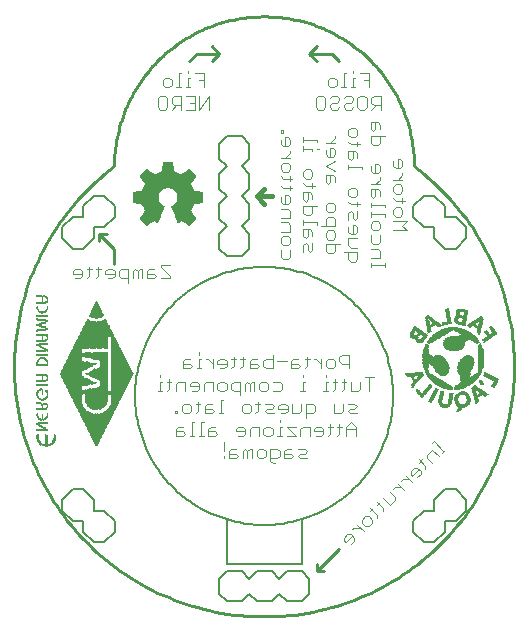
<source format=gbo>
G75*
%MOIN*%
%OFA0B0*%
%FSLAX25Y25*%
%IPPOS*%
%LPD*%
%AMOC8*
5,1,8,0,0,1.08239X$1,22.5*
%
%ADD10C,0.00400*%
%ADD11R,0.00138X0.00276*%
%ADD12R,0.00138X0.00827*%
%ADD13R,0.00138X0.01378*%
%ADD14R,0.00138X0.01929*%
%ADD15R,0.00138X0.02480*%
%ADD16R,0.00138X0.03031*%
%ADD17R,0.00138X0.03583*%
%ADD18R,0.00138X0.04134*%
%ADD19R,0.00138X0.04685*%
%ADD20R,0.00138X0.05236*%
%ADD21R,0.00138X0.05787*%
%ADD22R,0.00138X0.06339*%
%ADD23R,0.00138X0.06890*%
%ADD24R,0.00138X0.07441*%
%ADD25R,0.00138X0.07992*%
%ADD26R,0.00138X0.08543*%
%ADD27R,0.00138X0.09094*%
%ADD28R,0.00138X0.09646*%
%ADD29R,0.00138X0.10197*%
%ADD30R,0.00138X0.10886*%
%ADD31R,0.00138X0.11437*%
%ADD32R,0.00138X0.11988*%
%ADD33R,0.00138X0.12539*%
%ADD34R,0.00138X0.13091*%
%ADD35R,0.00138X0.13642*%
%ADD36R,0.00138X0.14193*%
%ADD37R,0.00138X0.14744*%
%ADD38R,0.00138X0.15295*%
%ADD39R,0.00138X0.15846*%
%ADD40R,0.00138X0.16398*%
%ADD41R,0.00138X0.16949*%
%ADD42R,0.00138X0.17500*%
%ADD43R,0.00138X0.18051*%
%ADD44R,0.00138X0.18602*%
%ADD45R,0.00138X0.19154*%
%ADD46R,0.00138X0.19705*%
%ADD47R,0.00138X0.20256*%
%ADD48R,0.00138X0.20807*%
%ADD49R,0.00138X0.21358*%
%ADD50R,0.00138X0.21909*%
%ADD51R,0.00138X0.22461*%
%ADD52R,0.00138X0.23012*%
%ADD53R,0.00138X0.23563*%
%ADD54R,0.00138X0.24114*%
%ADD55R,0.00138X0.24665*%
%ADD56R,0.00138X0.25217*%
%ADD57R,0.00138X0.25768*%
%ADD58R,0.00138X0.26319*%
%ADD59R,0.00138X0.26870*%
%ADD60R,0.00138X0.27421*%
%ADD61R,0.00138X0.27972*%
%ADD62R,0.00138X0.28524*%
%ADD63R,0.00138X0.05098*%
%ADD64R,0.00138X0.01516*%
%ADD65R,0.00138X0.03720*%
%ADD66R,0.00138X0.06063*%
%ADD67R,0.00138X0.04823*%
%ADD68R,0.00138X0.03445*%
%ADD69R,0.00138X0.03307*%
%ADD70R,0.00138X0.06614*%
%ADD71R,0.00138X0.01654*%
%ADD72R,0.00138X0.07165*%
%ADD73R,0.00138X0.02894*%
%ADD74R,0.00138X0.07717*%
%ADD75R,0.00138X0.04961*%
%ADD76R,0.00138X0.01791*%
%ADD77R,0.00138X0.02756*%
%ADD78R,0.00138X0.08268*%
%ADD79R,0.00138X0.03996*%
%ADD80R,0.00138X0.02618*%
%ADD81R,0.00138X0.05374*%
%ADD82R,0.00138X0.04409*%
%ADD83R,0.00138X0.00138*%
%ADD84R,0.00138X0.08819*%
%ADD85R,0.00138X0.05512*%
%ADD86R,0.00138X0.05650*%
%ADD87R,0.00138X0.02343*%
%ADD88R,0.00138X0.00413*%
%ADD89R,0.00138X0.09370*%
%ADD90R,0.00138X0.00551*%
%ADD91R,0.00138X0.00689*%
%ADD92R,0.00138X0.01240*%
%ADD93R,0.00138X0.00965*%
%ADD94R,0.00138X0.01102*%
%ADD95R,0.00138X0.05925*%
%ADD96R,0.00138X0.02067*%
%ADD97R,0.00138X0.02205*%
%ADD98R,0.00138X0.09921*%
%ADD99R,0.00138X0.06201*%
%ADD100R,0.00138X0.09783*%
%ADD101R,0.00138X0.06476*%
%ADD102R,0.00138X0.06752*%
%ADD103R,0.00138X0.09508*%
%ADD104R,0.00138X0.07579*%
%ADD105R,0.00138X0.07854*%
%ADD106R,0.00138X0.09232*%
%ADD107R,0.00138X0.07028*%
%ADD108R,0.00138X0.08957*%
%ADD109R,0.00138X0.07303*%
%ADD110R,0.00138X0.03858*%
%ADD111R,0.00138X0.10059*%
%ADD112R,0.00138X0.10335*%
%ADD113R,0.00138X0.03169*%
%ADD114R,0.00138X0.10610*%
%ADD115R,0.00138X0.04547*%
%ADD116R,0.00138X0.04272*%
%ADD117R,0.00138X0.18878*%
%ADD118R,0.00138X0.18740*%
%ADD119R,0.00138X0.18465*%
%ADD120R,0.00138X0.18327*%
%ADD121R,0.00138X0.18189*%
%ADD122R,0.00138X0.17913*%
%ADD123R,0.00138X0.17638*%
%ADD124R,0.00138X0.17224*%
%ADD125R,0.00138X0.16673*%
%ADD126R,0.00138X0.08681*%
%ADD127R,0.00138X0.16122*%
%ADD128R,0.00138X0.08406*%
%ADD129R,0.00138X0.28248*%
%ADD130R,0.00138X0.27697*%
%ADD131R,0.00138X0.27146*%
%ADD132R,0.00138X0.26594*%
%ADD133R,0.00138X0.26043*%
%ADD134R,0.00138X0.25492*%
%ADD135R,0.00138X0.24941*%
%ADD136R,0.00138X0.24390*%
%ADD137R,0.00138X0.23839*%
%ADD138R,0.00138X0.23287*%
%ADD139R,0.00138X0.22736*%
%ADD140R,0.00138X0.22185*%
%ADD141R,0.00138X0.21634*%
%ADD142R,0.00138X0.21083*%
%ADD143R,0.00138X0.20531*%
%ADD144R,0.00138X0.19980*%
%ADD145R,0.00138X0.19429*%
%ADD146R,0.00138X0.17776*%
%ADD147R,0.00138X0.15571*%
%ADD148R,0.00138X0.15020*%
%ADD149R,0.00138X0.14606*%
%ADD150R,0.00138X0.14055*%
%ADD151R,0.00138X0.13504*%
%ADD152R,0.00138X0.12953*%
%ADD153R,0.00138X0.12402*%
%ADD154R,0.00138X0.11850*%
%ADD155R,0.00138X0.11299*%
%ADD156R,0.00138X0.10748*%
%ADD157R,0.00118X0.00039*%
%ADD158R,0.00276X0.00039*%
%ADD159R,0.00394X0.00039*%
%ADD160R,0.00354X0.00039*%
%ADD161R,0.00472X0.00039*%
%ADD162R,0.00551X0.00039*%
%ADD163R,0.00669X0.00039*%
%ADD164R,0.00748X0.00039*%
%ADD165R,0.00866X0.00039*%
%ADD166R,0.00945X0.00039*%
%ADD167R,0.01063X0.00039*%
%ADD168R,0.01142X0.00039*%
%ADD169R,0.01260X0.00039*%
%ADD170R,0.01220X0.00039*%
%ADD171R,0.01339X0.00039*%
%ADD172R,0.01457X0.00039*%
%ADD173R,0.01417X0.00039*%
%ADD174R,0.01535X0.00039*%
%ADD175R,0.01654X0.00039*%
%ADD176R,0.01614X0.00039*%
%ADD177R,0.01732X0.00039*%
%ADD178R,0.01811X0.00039*%
%ADD179R,0.01929X0.00039*%
%ADD180R,0.02008X0.00039*%
%ADD181R,0.02126X0.00039*%
%ADD182R,0.02205X0.00039*%
%ADD183R,0.02323X0.00039*%
%ADD184R,0.02283X0.00039*%
%ADD185R,0.02402X0.00039*%
%ADD186R,0.02520X0.00039*%
%ADD187R,0.02480X0.00039*%
%ADD188R,0.02598X0.00039*%
%ADD189R,0.02717X0.00039*%
%ADD190R,0.02677X0.00039*%
%ADD191R,0.02795X0.00039*%
%ADD192R,0.00197X0.00039*%
%ADD193R,0.02874X0.00039*%
%ADD194R,0.00315X0.00039*%
%ADD195R,0.02992X0.00039*%
%ADD196R,0.03071X0.00039*%
%ADD197R,0.00512X0.00039*%
%ADD198R,0.03189X0.00039*%
%ADD199R,0.03268X0.00039*%
%ADD200R,0.00630X0.00039*%
%ADD201R,0.03386X0.00039*%
%ADD202R,0.03346X0.00039*%
%ADD203R,0.03465X0.00039*%
%ADD204R,0.00827X0.00039*%
%ADD205R,0.03583X0.00039*%
%ADD206R,0.03543X0.00039*%
%ADD207R,0.03661X0.00039*%
%ADD208R,0.01024X0.00039*%
%ADD209R,0.03780X0.00039*%
%ADD210R,0.01102X0.00039*%
%ADD211R,0.03740X0.00039*%
%ADD212R,0.03858X0.00039*%
%ADD213R,0.01181X0.00039*%
%ADD214R,0.03937X0.00039*%
%ADD215R,0.01299X0.00039*%
%ADD216R,0.04055X0.00039*%
%ADD217R,0.01378X0.00039*%
%ADD218R,0.05669X0.00039*%
%ADD219R,0.05748X0.00039*%
%ADD220R,0.05787X0.00039*%
%ADD221R,0.05866X0.00039*%
%ADD222R,0.05827X0.00039*%
%ADD223R,0.05906X0.00039*%
%ADD224R,0.05945X0.00039*%
%ADD225R,0.06024X0.00039*%
%ADD226R,0.06063X0.00039*%
%ADD227R,0.06142X0.00039*%
%ADD228R,0.06102X0.00039*%
%ADD229R,0.06181X0.00039*%
%ADD230R,0.06260X0.00039*%
%ADD231R,0.06220X0.00039*%
%ADD232R,0.06299X0.00039*%
%ADD233R,0.06339X0.00039*%
%ADD234R,0.06417X0.00039*%
%ADD235R,0.06457X0.00039*%
%ADD236R,0.06496X0.00039*%
%ADD237R,0.06535X0.00039*%
%ADD238R,0.06378X0.00039*%
%ADD239R,0.05984X0.00039*%
%ADD240R,0.06575X0.00039*%
%ADD241R,0.06614X0.00039*%
%ADD242R,0.06654X0.00039*%
%ADD243R,0.06693X0.00039*%
%ADD244R,0.06732X0.00039*%
%ADD245R,0.06772X0.00039*%
%ADD246R,0.06811X0.00039*%
%ADD247R,0.06850X0.00039*%
%ADD248R,0.06890X0.00039*%
%ADD249R,0.06929X0.00039*%
%ADD250R,0.06969X0.00039*%
%ADD251R,0.07008X0.00039*%
%ADD252R,0.07047X0.00039*%
%ADD253R,0.07205X0.00039*%
%ADD254R,0.07402X0.00039*%
%ADD255R,0.07362X0.00039*%
%ADD256R,0.07559X0.00039*%
%ADD257R,0.07598X0.00039*%
%ADD258R,0.07756X0.00039*%
%ADD259R,0.07953X0.00039*%
%ADD260R,0.07913X0.00039*%
%ADD261R,0.08150X0.00039*%
%ADD262R,0.08307X0.00039*%
%ADD263R,0.08504X0.00039*%
%ADD264R,0.08701X0.00039*%
%ADD265R,0.08780X0.00039*%
%ADD266R,0.08819X0.00039*%
%ADD267R,0.08740X0.00039*%
%ADD268R,0.08661X0.00039*%
%ADD269R,0.08622X0.00039*%
%ADD270R,0.08583X0.00039*%
%ADD271R,0.08543X0.00039*%
%ADD272R,0.08465X0.00039*%
%ADD273R,0.08425X0.00039*%
%ADD274R,0.08858X0.00039*%
%ADD275R,0.08386X0.00039*%
%ADD276R,0.08346X0.00039*%
%ADD277R,0.08189X0.00039*%
%ADD278R,0.07992X0.00039*%
%ADD279R,0.08031X0.00039*%
%ADD280R,0.07835X0.00039*%
%ADD281R,0.07795X0.00039*%
%ADD282R,0.07638X0.00039*%
%ADD283R,0.07441X0.00039*%
%ADD284R,0.07480X0.00039*%
%ADD285R,0.07283X0.00039*%
%ADD286R,0.07126X0.00039*%
%ADD287R,0.07087X0.00039*%
%ADD288R,0.07244X0.00039*%
%ADD289R,0.07323X0.00039*%
%ADD290R,0.07677X0.00039*%
%ADD291R,0.16260X0.00039*%
%ADD292R,0.16220X0.00039*%
%ADD293R,0.16181X0.00039*%
%ADD294R,0.16142X0.00039*%
%ADD295R,0.16102X0.00039*%
%ADD296R,0.16024X0.00039*%
%ADD297R,0.15984X0.00039*%
%ADD298R,0.15945X0.00039*%
%ADD299R,0.15906X0.00039*%
%ADD300R,0.15866X0.00039*%
%ADD301R,0.15787X0.00039*%
%ADD302R,0.15748X0.00039*%
%ADD303R,0.15709X0.00039*%
%ADD304R,0.15669X0.00039*%
%ADD305R,0.15630X0.00039*%
%ADD306R,0.15551X0.00039*%
%ADD307R,0.15512X0.00039*%
%ADD308R,0.15472X0.00039*%
%ADD309R,0.15433X0.00039*%
%ADD310R,0.15394X0.00039*%
%ADD311R,0.15315X0.00039*%
%ADD312R,0.15276X0.00039*%
%ADD313R,0.15236X0.00039*%
%ADD314R,0.15591X0.00039*%
%ADD315R,0.16063X0.00039*%
%ADD316R,0.16339X0.00039*%
%ADD317R,0.16417X0.00039*%
%ADD318R,0.16457X0.00039*%
%ADD319R,0.16496X0.00039*%
%ADD320R,0.16575X0.00039*%
%ADD321R,0.16614X0.00039*%
%ADD322R,0.16654X0.00039*%
%ADD323R,0.16732X0.00039*%
%ADD324R,0.16772X0.00039*%
%ADD325R,0.16811X0.00039*%
%ADD326R,0.16890X0.00039*%
%ADD327R,0.16929X0.00039*%
%ADD328R,0.16969X0.00039*%
%ADD329R,0.17047X0.00039*%
%ADD330R,0.17126X0.00039*%
%ADD331R,0.17205X0.00039*%
%ADD332R,0.17283X0.00039*%
%ADD333R,0.17323X0.00039*%
%ADD334R,0.17362X0.00039*%
%ADD335R,0.17441X0.00039*%
%ADD336R,0.17480X0.00039*%
%ADD337R,0.17520X0.00039*%
%ADD338R,0.17598X0.00039*%
%ADD339R,0.17638X0.00039*%
%ADD340R,0.17677X0.00039*%
%ADD341R,0.17756X0.00039*%
%ADD342R,0.17795X0.00039*%
%ADD343R,0.17835X0.00039*%
%ADD344R,0.17913X0.00039*%
%ADD345R,0.17992X0.00039*%
%ADD346R,0.18071X0.00039*%
%ADD347R,0.18150X0.00039*%
%ADD348R,0.18189X0.00039*%
%ADD349R,0.18228X0.00039*%
%ADD350R,0.18307X0.00039*%
%ADD351R,0.18346X0.00039*%
%ADD352R,0.18386X0.00039*%
%ADD353R,0.18465X0.00039*%
%ADD354R,0.18504X0.00039*%
%ADD355R,0.18543X0.00039*%
%ADD356R,0.18622X0.00039*%
%ADD357R,0.18661X0.00039*%
%ADD358R,0.18701X0.00039*%
%ADD359R,0.04488X0.00039*%
%ADD360R,0.04449X0.00039*%
%ADD361R,0.04370X0.00039*%
%ADD362R,0.04331X0.00039*%
%ADD363R,0.04252X0.00039*%
%ADD364R,0.04173X0.00039*%
%ADD365R,0.04134X0.00039*%
%ADD366R,0.03976X0.00039*%
%ADD367R,0.07520X0.00039*%
%ADD368R,0.07165X0.00039*%
%ADD369R,0.03504X0.00039*%
%ADD370R,0.03307X0.00039*%
%ADD371R,0.03110X0.00039*%
%ADD372R,0.02913X0.00039*%
%ADD373R,0.05630X0.00039*%
%ADD374R,0.05433X0.00039*%
%ADD375R,0.05236X0.00039*%
%ADD376R,0.05039X0.00039*%
%ADD377R,0.04843X0.00039*%
%ADD378R,0.02441X0.00039*%
%ADD379R,0.04685X0.00039*%
%ADD380R,0.04528X0.00039*%
%ADD381R,0.02244X0.00039*%
%ADD382R,0.02047X0.00039*%
%ADD383R,0.01850X0.00039*%
%ADD384R,0.04291X0.00039*%
%ADD385R,0.00984X0.00039*%
%ADD386R,0.04213X0.00039*%
%ADD387R,0.00787X0.00039*%
%ADD388R,0.00591X0.00039*%
%ADD389R,0.04094X0.00039*%
%ADD390R,0.04016X0.00039*%
%ADD391R,0.03898X0.00039*%
%ADD392R,0.03819X0.00039*%
%ADD393R,0.03701X0.00039*%
%ADD394R,0.03622X0.00039*%
%ADD395R,0.03425X0.00039*%
%ADD396R,0.03228X0.00039*%
%ADD397C,0.01000*%
%ADD398R,0.00118X0.00118*%
%ADD399R,0.00709X0.00118*%
%ADD400R,0.00945X0.00118*%
%ADD401R,0.01181X0.00118*%
%ADD402R,0.01299X0.00118*%
%ADD403R,0.01535X0.00118*%
%ADD404R,0.01417X0.00118*%
%ADD405R,0.02008X0.00118*%
%ADD406R,0.02362X0.00118*%
%ADD407R,0.02480X0.00118*%
%ADD408R,0.02835X0.00118*%
%ADD409R,0.03189X0.00118*%
%ADD410R,0.03543X0.00118*%
%ADD411R,0.03425X0.00118*%
%ADD412R,0.03780X0.00118*%
%ADD413R,0.04016X0.00118*%
%ADD414R,0.03661X0.00118*%
%ADD415R,0.04252X0.00118*%
%ADD416R,0.01772X0.00118*%
%ADD417R,0.01654X0.00118*%
%ADD418R,0.00354X0.00118*%
%ADD419R,0.00472X0.00118*%
%ADD420R,0.00236X0.00118*%
%ADD421R,0.00591X0.00118*%
%ADD422R,0.00827X0.00118*%
%ADD423R,0.01063X0.00118*%
%ADD424R,0.02244X0.00118*%
%ADD425R,0.01890X0.00118*%
%ADD426R,0.04134X0.00118*%
%ADD427R,0.02126X0.00118*%
%ADD428R,0.03898X0.00118*%
%ADD429R,0.02598X0.00118*%
%ADD430R,0.02953X0.00118*%
%ADD431R,0.03071X0.00118*%
%ADD432R,0.02717X0.00118*%
%ADD433R,0.04370X0.00118*%
%ADD434R,0.04606X0.00118*%
%ADD435R,0.04724X0.00118*%
%ADD436R,0.04843X0.00118*%
%ADD437R,0.04961X0.00118*%
%ADD438R,0.05079X0.00118*%
%ADD439R,0.05197X0.00118*%
%ADD440R,0.05315X0.00118*%
%ADD441R,0.03307X0.00118*%
%ADD442R,0.05433X0.00118*%
%ADD443R,0.05551X0.00118*%
%ADD444R,0.05669X0.00118*%
%ADD445R,0.05787X0.00118*%
%ADD446R,0.05906X0.00118*%
%ADD447R,0.04488X0.00118*%
%ADD448R,0.06142X0.00118*%
%ADD449R,0.06260X0.00118*%
%ADD450R,0.08386X0.00118*%
%ADD451R,0.08504X0.00118*%
%ADD452R,0.08268X0.00118*%
%ADD453R,0.08150X0.00118*%
%ADD454R,0.08031X0.00118*%
%ADD455R,0.07913X0.00118*%
%ADD456R,0.07795X0.00118*%
%ADD457R,0.07677X0.00118*%
%ADD458R,0.07559X0.00118*%
%ADD459R,0.07441X0.00118*%
%ADD460R,0.07205X0.00118*%
%ADD461R,0.07087X0.00118*%
%ADD462R,0.06969X0.00118*%
%ADD463R,0.06024X0.00118*%
%ADD464R,0.06496X0.00118*%
%ADD465R,0.06732X0.00118*%
%ADD466R,0.07323X0.00118*%
%ADD467R,0.10866X0.00118*%
%ADD468R,0.10630X0.00118*%
%ADD469R,0.10394X0.00118*%
%ADD470R,0.10157X0.00118*%
%ADD471R,0.09803X0.00118*%
%ADD472R,0.09449X0.00118*%
%ADD473R,0.09094X0.00118*%
%ADD474C,0.01600*%
%ADD475C,0.00500*%
%ADD476C,0.00800*%
D10*
X0067389Y0061948D02*
X0069691Y0061948D01*
X0070459Y0062715D01*
X0069691Y0063482D01*
X0067389Y0063482D01*
X0067389Y0064249D02*
X0067389Y0061948D01*
X0067389Y0064249D02*
X0068157Y0065017D01*
X0069691Y0065017D01*
X0072761Y0066551D02*
X0072761Y0061948D01*
X0073528Y0061948D02*
X0071993Y0061948D01*
X0075063Y0061948D02*
X0076597Y0061948D01*
X0075830Y0061948D02*
X0075830Y0066551D01*
X0076597Y0066551D01*
X0078132Y0064249D02*
X0078132Y0061948D01*
X0080434Y0061948D01*
X0081201Y0062715D01*
X0080434Y0063482D01*
X0078132Y0063482D01*
X0078132Y0064249D02*
X0078899Y0065017D01*
X0080434Y0065017D01*
X0083503Y0059819D02*
X0083503Y0056749D01*
X0083503Y0055215D02*
X0083503Y0054448D01*
X0085038Y0054448D02*
X0087340Y0054448D01*
X0088107Y0055215D01*
X0087340Y0055982D01*
X0085038Y0055982D01*
X0085038Y0056749D02*
X0085038Y0054448D01*
X0085038Y0056749D02*
X0085805Y0057517D01*
X0087340Y0057517D01*
X0089642Y0056749D02*
X0089642Y0054448D01*
X0091176Y0054448D02*
X0091176Y0056749D01*
X0090409Y0057517D01*
X0089642Y0056749D01*
X0091176Y0056749D02*
X0091944Y0057517D01*
X0092711Y0057517D01*
X0092711Y0054448D01*
X0094246Y0055215D02*
X0094246Y0056749D01*
X0095013Y0057517D01*
X0096548Y0057517D01*
X0097315Y0056749D01*
X0097315Y0055215D01*
X0096548Y0054448D01*
X0095013Y0054448D01*
X0094246Y0055215D01*
X0098850Y0054448D02*
X0101152Y0054448D01*
X0101919Y0055215D01*
X0101919Y0056749D01*
X0101152Y0057517D01*
X0098850Y0057517D01*
X0098850Y0053680D01*
X0099617Y0052913D01*
X0100384Y0052913D01*
X0103453Y0054448D02*
X0105755Y0054448D01*
X0106523Y0055215D01*
X0105755Y0055982D01*
X0103453Y0055982D01*
X0103453Y0056749D02*
X0103453Y0054448D01*
X0103453Y0056749D02*
X0104221Y0057517D01*
X0105755Y0057517D01*
X0108057Y0057517D02*
X0110359Y0057517D01*
X0111127Y0056749D01*
X0110359Y0055982D01*
X0108825Y0055982D01*
X0108057Y0055215D01*
X0108825Y0054448D01*
X0111127Y0054448D01*
X0111894Y0061948D02*
X0111894Y0065017D01*
X0109592Y0065017D01*
X0108825Y0064249D01*
X0108825Y0061948D01*
X0107290Y0061948D02*
X0104221Y0061948D01*
X0102686Y0061948D02*
X0101152Y0061948D01*
X0101919Y0061948D02*
X0101919Y0065017D01*
X0102686Y0065017D01*
X0104221Y0065017D02*
X0107290Y0061948D01*
X0107290Y0065017D02*
X0104221Y0065017D01*
X0101919Y0066551D02*
X0101919Y0067319D01*
X0102303Y0069448D02*
X0103837Y0069448D01*
X0104604Y0070215D01*
X0104604Y0071749D01*
X0103837Y0072517D01*
X0102303Y0072517D01*
X0101535Y0071749D01*
X0101535Y0070982D01*
X0104604Y0070982D01*
X0106139Y0069448D02*
X0106139Y0072517D01*
X0106139Y0069448D02*
X0108441Y0069448D01*
X0109208Y0070215D01*
X0109208Y0072517D01*
X0110743Y0072517D02*
X0113045Y0072517D01*
X0113812Y0071749D01*
X0113812Y0070215D01*
X0113045Y0069448D01*
X0110743Y0069448D01*
X0110743Y0067913D02*
X0110743Y0072517D01*
X0110359Y0076948D02*
X0108825Y0076948D01*
X0109592Y0076948D02*
X0109592Y0080017D01*
X0110359Y0080017D01*
X0109592Y0081551D02*
X0109592Y0082319D01*
X0110359Y0084448D02*
X0111127Y0085215D01*
X0111127Y0088284D01*
X0111894Y0087517D02*
X0110359Y0087517D01*
X0113429Y0087517D02*
X0114196Y0087517D01*
X0115731Y0085982D01*
X0115731Y0084448D02*
X0115731Y0087517D01*
X0117265Y0086749D02*
X0118033Y0087517D01*
X0119567Y0087517D01*
X0120335Y0086749D01*
X0120335Y0085215D01*
X0119567Y0084448D01*
X0118033Y0084448D01*
X0117265Y0085215D01*
X0117265Y0086749D01*
X0117265Y0082319D02*
X0117265Y0081551D01*
X0117265Y0080017D02*
X0117265Y0076948D01*
X0116498Y0076948D02*
X0118033Y0076948D01*
X0119567Y0076948D02*
X0120335Y0077715D01*
X0120335Y0080784D01*
X0121102Y0080017D02*
X0119567Y0080017D01*
X0118033Y0080017D02*
X0117265Y0080017D01*
X0122637Y0080017D02*
X0124171Y0080017D01*
X0123404Y0080784D02*
X0123404Y0077715D01*
X0122637Y0076948D01*
X0125706Y0076948D02*
X0125706Y0080017D01*
X0128775Y0080017D02*
X0128775Y0077715D01*
X0128008Y0076948D01*
X0125706Y0076948D01*
X0126857Y0072517D02*
X0124555Y0072517D01*
X0123020Y0072517D02*
X0123020Y0070215D01*
X0122253Y0069448D01*
X0119951Y0069448D01*
X0119951Y0072517D01*
X0124555Y0070215D02*
X0125322Y0070982D01*
X0126857Y0070982D01*
X0127624Y0071749D01*
X0126857Y0072517D01*
X0127624Y0069448D02*
X0125322Y0069448D01*
X0124555Y0070215D01*
X0125706Y0066551D02*
X0124171Y0065017D01*
X0124171Y0061948D01*
X0124171Y0064249D02*
X0127240Y0064249D01*
X0127240Y0065017D02*
X0125706Y0066551D01*
X0127240Y0065017D02*
X0127240Y0061948D01*
X0122637Y0065017D02*
X0121102Y0065017D01*
X0121869Y0065784D02*
X0121869Y0062715D01*
X0121102Y0061948D01*
X0118800Y0062715D02*
X0118033Y0061948D01*
X0118800Y0062715D02*
X0118800Y0065784D01*
X0119567Y0065017D02*
X0118033Y0065017D01*
X0116498Y0064249D02*
X0116498Y0062715D01*
X0115731Y0061948D01*
X0114196Y0061948D01*
X0113429Y0063482D02*
X0116498Y0063482D01*
X0116498Y0064249D02*
X0115731Y0065017D01*
X0114196Y0065017D01*
X0113429Y0064249D01*
X0113429Y0063482D01*
X0101919Y0076948D02*
X0099617Y0076948D01*
X0098082Y0077715D02*
X0097315Y0076948D01*
X0095780Y0076948D01*
X0095013Y0077715D01*
X0095013Y0079249D01*
X0095780Y0080017D01*
X0097315Y0080017D01*
X0098082Y0079249D01*
X0098082Y0077715D01*
X0099617Y0080017D02*
X0101919Y0080017D01*
X0102686Y0079249D01*
X0102686Y0077715D01*
X0101919Y0076948D01*
X0099233Y0072517D02*
X0096931Y0072517D01*
X0095397Y0072517D02*
X0093862Y0072517D01*
X0094629Y0073284D02*
X0094629Y0070215D01*
X0093862Y0069448D01*
X0092327Y0070215D02*
X0092327Y0071749D01*
X0091560Y0072517D01*
X0090025Y0072517D01*
X0089258Y0071749D01*
X0089258Y0070215D01*
X0090025Y0069448D01*
X0091560Y0069448D01*
X0092327Y0070215D01*
X0096931Y0070215D02*
X0097699Y0070982D01*
X0099233Y0070982D01*
X0100001Y0071749D01*
X0099233Y0072517D01*
X0100001Y0069448D02*
X0097699Y0069448D01*
X0096931Y0070215D01*
X0097315Y0065017D02*
X0096548Y0064249D01*
X0096548Y0062715D01*
X0097315Y0061948D01*
X0098850Y0061948D01*
X0099617Y0062715D01*
X0099617Y0064249D01*
X0098850Y0065017D01*
X0097315Y0065017D01*
X0095013Y0065017D02*
X0095013Y0061948D01*
X0095013Y0065017D02*
X0092711Y0065017D01*
X0091944Y0064249D01*
X0091944Y0061948D01*
X0090409Y0062715D02*
X0090409Y0064249D01*
X0089642Y0065017D01*
X0088107Y0065017D01*
X0087340Y0064249D01*
X0087340Y0063482D01*
X0090409Y0063482D01*
X0090409Y0062715D02*
X0089642Y0061948D01*
X0088107Y0061948D01*
X0083120Y0069448D02*
X0081585Y0069448D01*
X0082352Y0069448D02*
X0082352Y0074051D01*
X0083120Y0074051D01*
X0083503Y0076948D02*
X0081969Y0076948D01*
X0081201Y0077715D01*
X0081201Y0079249D01*
X0081969Y0080017D01*
X0083503Y0080017D01*
X0084271Y0079249D01*
X0084271Y0077715D01*
X0083503Y0076948D01*
X0085805Y0077715D02*
X0086572Y0076948D01*
X0088874Y0076948D01*
X0090409Y0076948D02*
X0090409Y0079249D01*
X0091176Y0080017D01*
X0091944Y0079249D01*
X0091944Y0076948D01*
X0093478Y0076948D02*
X0093478Y0080017D01*
X0092711Y0080017D01*
X0091944Y0079249D01*
X0088874Y0080017D02*
X0088874Y0075413D01*
X0085805Y0077715D02*
X0085805Y0079249D01*
X0086572Y0080017D01*
X0088874Y0080017D01*
X0088874Y0084448D02*
X0089642Y0085215D01*
X0089642Y0088284D01*
X0090409Y0087517D02*
X0088874Y0087517D01*
X0087340Y0087517D02*
X0085805Y0087517D01*
X0086572Y0088284D02*
X0086572Y0085215D01*
X0085805Y0084448D01*
X0084270Y0085215D02*
X0084270Y0086749D01*
X0083503Y0087517D01*
X0081969Y0087517D01*
X0081201Y0086749D01*
X0081201Y0085982D01*
X0084270Y0085982D01*
X0084270Y0085215D02*
X0083503Y0084448D01*
X0081969Y0084448D01*
X0079667Y0084448D02*
X0079667Y0087517D01*
X0079667Y0085982D02*
X0078132Y0087517D01*
X0077365Y0087517D01*
X0075830Y0087517D02*
X0075063Y0087517D01*
X0075063Y0084448D01*
X0075830Y0084448D02*
X0074295Y0084448D01*
X0072761Y0085215D02*
X0071993Y0085982D01*
X0069691Y0085982D01*
X0069691Y0086749D02*
X0069691Y0084448D01*
X0071993Y0084448D01*
X0072761Y0085215D01*
X0070459Y0087517D02*
X0069691Y0086749D01*
X0070459Y0087517D02*
X0071993Y0087517D01*
X0075063Y0089051D02*
X0075063Y0089819D01*
X0074295Y0080017D02*
X0072761Y0080017D01*
X0071993Y0079249D01*
X0071993Y0078482D01*
X0075063Y0078482D01*
X0075063Y0077715D02*
X0075063Y0079249D01*
X0074295Y0080017D01*
X0075063Y0077715D02*
X0074295Y0076948D01*
X0072761Y0076948D01*
X0070459Y0076948D02*
X0070459Y0080017D01*
X0068157Y0080017D01*
X0067389Y0079249D01*
X0067389Y0076948D01*
X0065087Y0077715D02*
X0064320Y0076948D01*
X0065087Y0077715D02*
X0065087Y0080784D01*
X0064320Y0080017D02*
X0065855Y0080017D01*
X0062786Y0080017D02*
X0062018Y0080017D01*
X0062018Y0076948D01*
X0061251Y0076948D02*
X0062786Y0076948D01*
X0062018Y0081551D02*
X0062018Y0082319D01*
X0070075Y0072517D02*
X0069308Y0071749D01*
X0069308Y0070215D01*
X0070075Y0069448D01*
X0071610Y0069448D01*
X0072377Y0070215D01*
X0072377Y0071749D01*
X0071610Y0072517D01*
X0070075Y0072517D01*
X0067773Y0070215D02*
X0067006Y0070215D01*
X0067006Y0069448D01*
X0067773Y0069448D01*
X0067773Y0070215D01*
X0072761Y0066551D02*
X0073528Y0066551D01*
X0073912Y0069448D02*
X0074679Y0070215D01*
X0074679Y0073284D01*
X0075446Y0072517D02*
X0073912Y0072517D01*
X0076981Y0071749D02*
X0076981Y0069448D01*
X0079283Y0069448D01*
X0080050Y0070215D01*
X0079283Y0070982D01*
X0076981Y0070982D01*
X0076981Y0071749D02*
X0077748Y0072517D01*
X0079283Y0072517D01*
X0079667Y0076948D02*
X0079667Y0080017D01*
X0077365Y0080017D01*
X0076597Y0079249D01*
X0076597Y0076948D01*
X0091944Y0084448D02*
X0094246Y0084448D01*
X0095013Y0085215D01*
X0094246Y0085982D01*
X0091944Y0085982D01*
X0091944Y0086749D02*
X0091944Y0084448D01*
X0091944Y0086749D02*
X0092711Y0087517D01*
X0094246Y0087517D01*
X0096548Y0086749D02*
X0097315Y0087517D01*
X0099617Y0087517D01*
X0099617Y0089051D02*
X0099617Y0084448D01*
X0097315Y0084448D01*
X0096548Y0085215D01*
X0096548Y0086749D01*
X0101152Y0086749D02*
X0104221Y0086749D01*
X0105755Y0086749D02*
X0105755Y0084448D01*
X0108057Y0084448D01*
X0108825Y0085215D01*
X0108057Y0085982D01*
X0105755Y0085982D01*
X0105755Y0086749D02*
X0106523Y0087517D01*
X0108057Y0087517D01*
X0121869Y0088284D02*
X0121869Y0086749D01*
X0122637Y0085982D01*
X0124938Y0085982D01*
X0124938Y0084448D02*
X0124938Y0089051D01*
X0122637Y0089051D01*
X0121869Y0088284D01*
X0130310Y0081551D02*
X0133379Y0081551D01*
X0131844Y0081551D02*
X0131844Y0076948D01*
X0152721Y0059515D02*
X0153807Y0060600D01*
X0153264Y0060058D02*
X0156519Y0056802D01*
X0155977Y0056260D02*
X0157062Y0057345D01*
X0154892Y0055175D02*
X0152721Y0057345D01*
X0151094Y0055717D01*
X0151094Y0054632D01*
X0152721Y0053004D01*
X0150551Y0051919D02*
X0150551Y0050834D01*
X0150551Y0051919D02*
X0148381Y0054089D01*
X0149466Y0054089D02*
X0148381Y0053004D01*
X0147838Y0051376D02*
X0146753Y0051376D01*
X0145668Y0050291D01*
X0145668Y0049206D01*
X0146211Y0048664D01*
X0148381Y0050834D01*
X0148923Y0050291D02*
X0147838Y0051376D01*
X0148923Y0050291D02*
X0148923Y0049206D01*
X0147838Y0048121D01*
X0146211Y0046493D02*
X0144040Y0048664D01*
X0142955Y0047578D02*
X0142412Y0047036D01*
X0142955Y0047578D02*
X0145125Y0047578D01*
X0142412Y0044866D02*
X0140242Y0044866D01*
X0139700Y0044323D01*
X0138614Y0043238D02*
X0140242Y0041610D01*
X0140242Y0040525D01*
X0138614Y0038897D01*
X0136444Y0041067D01*
X0135359Y0039982D02*
X0134274Y0038897D01*
X0134274Y0039982D02*
X0136444Y0037812D01*
X0136444Y0036727D01*
X0134274Y0035642D02*
X0134274Y0034557D01*
X0134274Y0035642D02*
X0132104Y0037812D01*
X0133189Y0037812D02*
X0132104Y0036727D01*
X0131561Y0035099D02*
X0132646Y0034014D01*
X0132646Y0032929D01*
X0131561Y0031844D01*
X0130476Y0031844D01*
X0129391Y0032929D01*
X0129391Y0034014D01*
X0130476Y0035099D01*
X0131561Y0035099D01*
X0128848Y0031301D02*
X0126678Y0031301D01*
X0126135Y0030758D01*
X0125593Y0029131D02*
X0124507Y0029131D01*
X0123422Y0028046D01*
X0123422Y0026960D01*
X0123965Y0026418D01*
X0126135Y0028588D01*
X0126678Y0028046D02*
X0125593Y0029131D01*
X0126678Y0028046D02*
X0126678Y0026960D01*
X0125593Y0025875D01*
X0129933Y0030216D02*
X0127763Y0032386D01*
X0141327Y0045951D02*
X0143498Y0043780D01*
X0136896Y0118132D02*
X0136896Y0119666D01*
X0136896Y0118899D02*
X0132292Y0118899D01*
X0132292Y0118132D02*
X0132292Y0119666D01*
X0132292Y0121201D02*
X0135361Y0121201D01*
X0135361Y0123503D01*
X0134594Y0124270D01*
X0132292Y0124270D01*
X0133059Y0125805D02*
X0132292Y0126572D01*
X0132292Y0128874D01*
X0133059Y0130409D02*
X0132292Y0131176D01*
X0132292Y0132711D01*
X0133059Y0133478D01*
X0134594Y0133478D01*
X0135361Y0132711D01*
X0135361Y0131176D01*
X0134594Y0130409D01*
X0133059Y0130409D01*
X0135361Y0128874D02*
X0135361Y0126572D01*
X0134594Y0125805D01*
X0133059Y0125805D01*
X0127861Y0124654D02*
X0125559Y0124654D01*
X0124792Y0125421D01*
X0124792Y0127723D01*
X0127861Y0127723D01*
X0127094Y0129258D02*
X0127861Y0130025D01*
X0127861Y0131560D01*
X0127094Y0132327D01*
X0126327Y0132327D01*
X0126327Y0129258D01*
X0127094Y0129258D02*
X0125559Y0129258D01*
X0124792Y0130025D01*
X0124792Y0131560D01*
X0124792Y0133862D02*
X0124792Y0136164D01*
X0125559Y0136931D01*
X0126327Y0136164D01*
X0126327Y0134629D01*
X0127094Y0133862D01*
X0127861Y0134629D01*
X0127861Y0136931D01*
X0127861Y0138466D02*
X0127861Y0140000D01*
X0128629Y0139233D02*
X0125559Y0139233D01*
X0124792Y0140000D01*
X0125559Y0141535D02*
X0124792Y0142302D01*
X0124792Y0143837D01*
X0125559Y0144604D01*
X0127094Y0144604D01*
X0127861Y0143837D01*
X0127861Y0142302D01*
X0127094Y0141535D01*
X0125559Y0141535D01*
X0120361Y0138849D02*
X0120361Y0137315D01*
X0119594Y0136547D01*
X0118059Y0136547D01*
X0117292Y0137315D01*
X0117292Y0138849D01*
X0118059Y0139617D01*
X0119594Y0139617D01*
X0120361Y0138849D01*
X0119594Y0135013D02*
X0118059Y0135013D01*
X0117292Y0134245D01*
X0117292Y0131943D01*
X0115757Y0131943D02*
X0120361Y0131943D01*
X0120361Y0134245D01*
X0119594Y0135013D01*
X0119594Y0130409D02*
X0120361Y0129641D01*
X0120361Y0128107D01*
X0119594Y0127339D01*
X0118059Y0127339D01*
X0117292Y0128107D01*
X0117292Y0129641D01*
X0118059Y0130409D01*
X0119594Y0130409D01*
X0114396Y0132327D02*
X0114396Y0133094D01*
X0109792Y0133094D01*
X0109792Y0132327D02*
X0109792Y0133862D01*
X0110559Y0135396D02*
X0109792Y0136164D01*
X0109792Y0138466D01*
X0114396Y0138466D01*
X0112861Y0138466D02*
X0112861Y0136164D01*
X0112094Y0135396D01*
X0110559Y0135396D01*
X0110559Y0140000D02*
X0111327Y0140768D01*
X0111327Y0143070D01*
X0112094Y0143070D02*
X0109792Y0143070D01*
X0109792Y0140768D01*
X0110559Y0140000D01*
X0112861Y0140768D02*
X0112861Y0142302D01*
X0112094Y0143070D01*
X0112861Y0144604D02*
X0112861Y0146139D01*
X0113629Y0145371D02*
X0110559Y0145371D01*
X0109792Y0146139D01*
X0110559Y0147673D02*
X0109792Y0148441D01*
X0109792Y0149975D01*
X0110559Y0150743D01*
X0112094Y0150743D01*
X0112861Y0149975D01*
X0112861Y0148441D01*
X0112094Y0147673D01*
X0110559Y0147673D01*
X0106129Y0147673D02*
X0103059Y0147673D01*
X0102292Y0148441D01*
X0103059Y0149975D02*
X0102292Y0150743D01*
X0102292Y0152277D01*
X0103059Y0153045D01*
X0104594Y0153045D01*
X0105361Y0152277D01*
X0105361Y0150743D01*
X0104594Y0149975D01*
X0103059Y0149975D01*
X0105361Y0148441D02*
X0105361Y0146906D01*
X0105361Y0145371D02*
X0105361Y0143837D01*
X0106129Y0144604D02*
X0103059Y0144604D01*
X0102292Y0145371D01*
X0103827Y0142302D02*
X0103827Y0139233D01*
X0104594Y0139233D02*
X0103059Y0139233D01*
X0102292Y0140000D01*
X0102292Y0141535D01*
X0103827Y0142302D02*
X0104594Y0142302D01*
X0105361Y0141535D01*
X0105361Y0140000D01*
X0104594Y0139233D01*
X0104594Y0137698D02*
X0102292Y0137698D01*
X0102292Y0134629D02*
X0105361Y0134629D01*
X0105361Y0136931D01*
X0104594Y0137698D01*
X0104594Y0133094D02*
X0102292Y0133094D01*
X0104594Y0133094D02*
X0105361Y0132327D01*
X0105361Y0130025D01*
X0102292Y0130025D01*
X0103059Y0128490D02*
X0102292Y0127723D01*
X0102292Y0126188D01*
X0103059Y0125421D01*
X0104594Y0125421D01*
X0105361Y0126188D01*
X0105361Y0127723D01*
X0104594Y0128490D01*
X0103059Y0128490D01*
X0102292Y0123887D02*
X0102292Y0121585D01*
X0103059Y0120817D01*
X0104594Y0120817D01*
X0105361Y0121585D01*
X0105361Y0123887D01*
X0109792Y0123119D02*
X0109792Y0125421D01*
X0110559Y0126188D01*
X0111327Y0125421D01*
X0111327Y0123887D01*
X0112094Y0123119D01*
X0112861Y0123887D01*
X0112861Y0126188D01*
X0112861Y0128490D02*
X0112861Y0130025D01*
X0112094Y0130792D01*
X0109792Y0130792D01*
X0109792Y0128490D01*
X0110559Y0127723D01*
X0111327Y0128490D01*
X0111327Y0130792D01*
X0117292Y0125805D02*
X0117292Y0123503D01*
X0118059Y0122736D01*
X0119594Y0122736D01*
X0120361Y0123503D01*
X0120361Y0125805D01*
X0121896Y0125805D02*
X0117292Y0125805D01*
X0123257Y0123119D02*
X0127861Y0123119D01*
X0127861Y0120817D01*
X0127094Y0120050D01*
X0125559Y0120050D01*
X0124792Y0120817D01*
X0124792Y0123119D01*
X0132292Y0135013D02*
X0132292Y0136547D01*
X0132292Y0135780D02*
X0136896Y0135780D01*
X0136896Y0135013D01*
X0136896Y0138082D02*
X0136896Y0138849D01*
X0132292Y0138849D01*
X0132292Y0138082D02*
X0132292Y0139617D01*
X0133059Y0141151D02*
X0133827Y0141919D01*
X0133827Y0144220D01*
X0134594Y0144220D02*
X0132292Y0144220D01*
X0132292Y0141919D01*
X0133059Y0141151D01*
X0135361Y0141919D02*
X0135361Y0143453D01*
X0134594Y0144220D01*
X0135361Y0145755D02*
X0132292Y0145755D01*
X0133827Y0145755D02*
X0135361Y0147290D01*
X0135361Y0148057D01*
X0134594Y0149592D02*
X0133059Y0149592D01*
X0132292Y0150359D01*
X0132292Y0151894D01*
X0133827Y0152661D02*
X0133827Y0149592D01*
X0134594Y0149592D02*
X0135361Y0150359D01*
X0135361Y0151894D01*
X0134594Y0152661D01*
X0133827Y0152661D01*
X0129396Y0151510D02*
X0124792Y0151510D01*
X0124792Y0150743D02*
X0124792Y0152277D01*
X0125559Y0153812D02*
X0126327Y0154579D01*
X0126327Y0156881D01*
X0127094Y0156881D02*
X0124792Y0156881D01*
X0124792Y0154579D01*
X0125559Y0153812D01*
X0127861Y0154579D02*
X0127861Y0156114D01*
X0127094Y0156881D01*
X0127861Y0158416D02*
X0127861Y0159951D01*
X0128629Y0159183D02*
X0125559Y0159183D01*
X0124792Y0159951D01*
X0125559Y0161485D02*
X0124792Y0162253D01*
X0124792Y0163787D01*
X0125559Y0164555D01*
X0127094Y0164555D01*
X0127861Y0163787D01*
X0127861Y0162253D01*
X0127094Y0161485D01*
X0125559Y0161485D01*
X0120361Y0161102D02*
X0120361Y0161869D01*
X0120361Y0161102D02*
X0118827Y0159567D01*
X0120361Y0159567D02*
X0117292Y0159567D01*
X0118827Y0158032D02*
X0118827Y0154963D01*
X0119594Y0154963D02*
X0120361Y0155730D01*
X0120361Y0157265D01*
X0119594Y0158032D01*
X0118827Y0158032D01*
X0117292Y0157265D02*
X0117292Y0155730D01*
X0118059Y0154963D01*
X0119594Y0154963D01*
X0120361Y0153428D02*
X0117292Y0151894D01*
X0120361Y0150359D01*
X0119594Y0148824D02*
X0120361Y0148057D01*
X0120361Y0146522D01*
X0118827Y0146522D02*
X0118059Y0145755D01*
X0117292Y0146522D01*
X0117292Y0148824D01*
X0119594Y0148824D01*
X0118827Y0148824D02*
X0118827Y0146522D01*
X0129396Y0150743D02*
X0129396Y0151510D01*
X0133059Y0158800D02*
X0134594Y0158800D01*
X0135361Y0159567D01*
X0135361Y0161869D01*
X0136896Y0161869D02*
X0132292Y0161869D01*
X0132292Y0159567D01*
X0133059Y0158800D01*
X0133059Y0163404D02*
X0133827Y0164171D01*
X0133827Y0166473D01*
X0134594Y0166473D02*
X0132292Y0166473D01*
X0132292Y0164171D01*
X0133059Y0163404D01*
X0135361Y0164171D02*
X0135361Y0165705D01*
X0134594Y0166473D01*
X0135557Y0170698D02*
X0135557Y0175301D01*
X0133255Y0175301D01*
X0132488Y0174534D01*
X0132488Y0172999D01*
X0133255Y0172232D01*
X0135557Y0172232D01*
X0134023Y0172232D02*
X0132488Y0170698D01*
X0130953Y0171465D02*
X0130186Y0170698D01*
X0128652Y0170698D01*
X0127884Y0171465D01*
X0127884Y0174534D01*
X0128652Y0175301D01*
X0130186Y0175301D01*
X0130953Y0174534D01*
X0130953Y0171465D01*
X0126350Y0171465D02*
X0125582Y0170698D01*
X0124048Y0170698D01*
X0123280Y0171465D01*
X0123280Y0172232D01*
X0124048Y0172999D01*
X0125582Y0172999D01*
X0126350Y0173767D01*
X0126350Y0174534D01*
X0125582Y0175301D01*
X0124048Y0175301D01*
X0123280Y0174534D01*
X0121746Y0174534D02*
X0120978Y0175301D01*
X0119444Y0175301D01*
X0118676Y0174534D01*
X0117142Y0174534D02*
X0117142Y0171465D01*
X0116374Y0170698D01*
X0114840Y0170698D01*
X0114072Y0171465D01*
X0114072Y0174534D01*
X0114840Y0175301D01*
X0116374Y0175301D01*
X0117142Y0174534D01*
X0119444Y0172999D02*
X0118676Y0172232D01*
X0118676Y0171465D01*
X0119444Y0170698D01*
X0120978Y0170698D01*
X0121746Y0171465D01*
X0120978Y0172999D02*
X0119444Y0172999D01*
X0120978Y0172999D02*
X0121746Y0173767D01*
X0121746Y0174534D01*
X0122513Y0178198D02*
X0124048Y0178198D01*
X0123280Y0178198D02*
X0123280Y0182801D01*
X0124048Y0182801D01*
X0126350Y0182801D02*
X0126350Y0183569D01*
X0126350Y0181267D02*
X0126350Y0178198D01*
X0127117Y0178198D02*
X0125582Y0178198D01*
X0126350Y0181267D02*
X0127117Y0181267D01*
X0128651Y0182801D02*
X0131721Y0182801D01*
X0131721Y0178198D01*
X0131721Y0180499D02*
X0130186Y0180499D01*
X0120978Y0180499D02*
X0120978Y0178965D01*
X0120211Y0178198D01*
X0118676Y0178198D01*
X0117909Y0178965D01*
X0117909Y0180499D01*
X0118676Y0181267D01*
X0120211Y0181267D01*
X0120978Y0180499D01*
X0114396Y0160718D02*
X0109792Y0160718D01*
X0109792Y0159951D02*
X0109792Y0161485D01*
X0109792Y0158416D02*
X0109792Y0156881D01*
X0109792Y0157649D02*
X0112861Y0157649D01*
X0112861Y0156881D01*
X0114396Y0157649D02*
X0115163Y0157649D01*
X0114396Y0159951D02*
X0114396Y0160718D01*
X0105361Y0160718D02*
X0105361Y0159183D01*
X0104594Y0158416D01*
X0103059Y0158416D01*
X0102292Y0159183D01*
X0102292Y0160718D01*
X0103827Y0161485D02*
X0103827Y0158416D01*
X0105361Y0156881D02*
X0105361Y0156114D01*
X0103827Y0154579D01*
X0105361Y0154579D02*
X0102292Y0154579D01*
X0105361Y0160718D02*
X0104594Y0161485D01*
X0103827Y0161485D01*
X0103059Y0163020D02*
X0102292Y0163020D01*
X0102292Y0163787D01*
X0103059Y0163787D01*
X0103059Y0163020D01*
X0078255Y0170698D02*
X0078255Y0175301D01*
X0075186Y0170698D01*
X0075186Y0175301D01*
X0073651Y0175301D02*
X0073651Y0170698D01*
X0070582Y0170698D01*
X0069048Y0170698D02*
X0069048Y0175301D01*
X0066746Y0175301D01*
X0065978Y0174534D01*
X0065978Y0172999D01*
X0066746Y0172232D01*
X0069048Y0172232D01*
X0067513Y0172232D02*
X0065978Y0170698D01*
X0064444Y0171465D02*
X0063676Y0170698D01*
X0062142Y0170698D01*
X0061374Y0171465D01*
X0061374Y0174534D01*
X0062142Y0175301D01*
X0063676Y0175301D01*
X0064444Y0174534D01*
X0064444Y0171465D01*
X0065211Y0178198D02*
X0063676Y0178198D01*
X0062909Y0178965D01*
X0062909Y0180499D01*
X0063676Y0181267D01*
X0065211Y0181267D01*
X0065978Y0180499D01*
X0065978Y0178965D01*
X0065211Y0178198D01*
X0067513Y0178198D02*
X0069048Y0178198D01*
X0068280Y0178198D02*
X0068280Y0182801D01*
X0069048Y0182801D01*
X0071350Y0182801D02*
X0071350Y0183569D01*
X0071350Y0181267D02*
X0071350Y0178198D01*
X0072117Y0178198D02*
X0070582Y0178198D01*
X0070582Y0175301D02*
X0073651Y0175301D01*
X0073651Y0172999D02*
X0072117Y0172999D01*
X0076721Y0178198D02*
X0076721Y0182801D01*
X0073651Y0182801D01*
X0072117Y0181267D02*
X0071350Y0181267D01*
X0075186Y0180499D02*
X0076721Y0180499D01*
X0065310Y0119051D02*
X0062240Y0119051D01*
X0062240Y0118284D01*
X0065310Y0115215D01*
X0065310Y0114448D01*
X0062240Y0114448D01*
X0060706Y0115215D02*
X0059938Y0115982D01*
X0057637Y0115982D01*
X0057637Y0116749D02*
X0057637Y0114448D01*
X0059938Y0114448D01*
X0060706Y0115215D01*
X0059938Y0117517D02*
X0058404Y0117517D01*
X0057637Y0116749D01*
X0056102Y0117517D02*
X0056102Y0114448D01*
X0054567Y0114448D02*
X0054567Y0116749D01*
X0053800Y0117517D01*
X0053033Y0116749D01*
X0053033Y0114448D01*
X0051498Y0114448D02*
X0049196Y0114448D01*
X0048429Y0115215D01*
X0048429Y0116749D01*
X0049196Y0117517D01*
X0051498Y0117517D01*
X0051498Y0112913D01*
X0054567Y0116749D02*
X0055335Y0117517D01*
X0056102Y0117517D01*
X0046894Y0116749D02*
X0046894Y0115215D01*
X0046127Y0114448D01*
X0044592Y0114448D01*
X0043825Y0115982D02*
X0046894Y0115982D01*
X0046894Y0116749D02*
X0046127Y0117517D01*
X0044592Y0117517D01*
X0043825Y0116749D01*
X0043825Y0115982D01*
X0042290Y0117517D02*
X0040755Y0117517D01*
X0041523Y0118284D02*
X0041523Y0115215D01*
X0040755Y0114448D01*
X0039221Y0117517D02*
X0037686Y0117517D01*
X0038454Y0118284D02*
X0038454Y0115215D01*
X0037686Y0114448D01*
X0036152Y0115215D02*
X0036152Y0116749D01*
X0035384Y0117517D01*
X0033850Y0117517D01*
X0033082Y0116749D01*
X0033082Y0115982D01*
X0036152Y0115982D01*
X0036152Y0115215D02*
X0035384Y0114448D01*
X0033850Y0114448D01*
X0139792Y0130409D02*
X0144396Y0130409D01*
X0142861Y0131943D01*
X0144396Y0133478D01*
X0139792Y0133478D01*
X0140559Y0135013D02*
X0139792Y0135780D01*
X0139792Y0137315D01*
X0140559Y0138082D01*
X0142094Y0138082D01*
X0142861Y0137315D01*
X0142861Y0135780D01*
X0142094Y0135013D01*
X0140559Y0135013D01*
X0142861Y0139617D02*
X0142861Y0141151D01*
X0143629Y0140384D02*
X0140559Y0140384D01*
X0139792Y0141151D01*
X0140559Y0142686D02*
X0139792Y0143453D01*
X0139792Y0144988D01*
X0140559Y0145755D01*
X0142094Y0145755D01*
X0142861Y0144988D01*
X0142861Y0143453D01*
X0142094Y0142686D01*
X0140559Y0142686D01*
X0139792Y0147290D02*
X0142861Y0147290D01*
X0141327Y0147290D02*
X0142861Y0148824D01*
X0142861Y0149592D01*
X0142094Y0151126D02*
X0140559Y0151126D01*
X0139792Y0151894D01*
X0139792Y0153428D01*
X0141327Y0154196D02*
X0141327Y0151126D01*
X0142094Y0151126D02*
X0142861Y0151894D01*
X0142861Y0153428D01*
X0142094Y0154196D01*
X0141327Y0154196D01*
D11*
X0053221Y0082600D03*
X0040957Y0079431D03*
X0040957Y0085907D03*
X0028969Y0082600D03*
X0024865Y0078840D03*
X0024865Y0066025D03*
X0024865Y0092481D03*
X0024865Y0101989D03*
D12*
X0021558Y0103918D03*
X0024590Y0097580D03*
X0021696Y0092206D03*
X0021558Y0092206D03*
X0024452Y0090414D03*
X0024590Y0090414D03*
X0029106Y0082600D03*
X0024452Y0076635D03*
X0024452Y0074844D03*
X0023212Y0072363D03*
X0024865Y0071812D03*
X0021558Y0068092D03*
X0021420Y0065887D03*
X0021283Y0065887D03*
X0024452Y0063958D03*
X0024590Y0063958D03*
X0025692Y0058997D03*
X0025416Y0058859D03*
X0025279Y0058859D03*
X0025141Y0058722D03*
X0025003Y0058722D03*
X0024865Y0058722D03*
X0024039Y0058722D03*
X0023901Y0058722D03*
X0023763Y0058722D03*
X0023625Y0058722D03*
X0023350Y0058859D03*
X0023212Y0058859D03*
X0022936Y0058997D03*
X0040130Y0079568D03*
X0040130Y0085769D03*
X0039992Y0085769D03*
X0053083Y0082600D03*
X0038890Y0102167D03*
D13*
X0043024Y0102305D03*
X0039303Y0085631D03*
X0039166Y0085631D03*
X0039303Y0079706D03*
X0039441Y0079706D03*
X0029244Y0082600D03*
X0024727Y0071812D03*
X0022936Y0071950D03*
X0021420Y0068643D03*
X0024590Y0068643D03*
X0024727Y0094686D03*
X0024590Y0104470D03*
X0052945Y0082600D03*
D14*
X0052807Y0082600D03*
X0038477Y0079844D03*
X0038339Y0079844D03*
X0038339Y0085494D03*
X0038477Y0085494D03*
X0038477Y0088801D03*
X0038614Y0088801D03*
X0038339Y0088801D03*
X0038201Y0088801D03*
X0038063Y0088801D03*
X0029382Y0082600D03*
X0024590Y0086281D03*
X0022936Y0081596D03*
X0024727Y0075808D03*
X0027346Y0061340D03*
X0021283Y0061340D03*
X0039303Y0102442D03*
X0022936Y0107639D03*
D15*
X0040819Y0088525D03*
X0040957Y0088525D03*
X0041095Y0088525D03*
X0041232Y0088525D03*
X0041370Y0088525D03*
X0037650Y0085356D03*
X0037512Y0085356D03*
X0039992Y0082738D03*
X0037650Y0079982D03*
X0037512Y0079982D03*
X0029520Y0082600D03*
X0027070Y0061064D03*
X0021558Y0061064D03*
X0052669Y0082600D03*
D16*
X0052532Y0082600D03*
X0042335Y0088249D03*
X0036823Y0085218D03*
X0036685Y0085218D03*
X0040543Y0082738D03*
X0036823Y0080120D03*
X0036685Y0080119D03*
X0029658Y0082600D03*
X0042335Y0102856D03*
D17*
X0039992Y0102994D03*
X0029795Y0082600D03*
X0052394Y0082600D03*
D18*
X0052256Y0082600D03*
X0040268Y0103269D03*
X0029933Y0082600D03*
D19*
X0030071Y0082600D03*
X0036410Y0069785D03*
X0036547Y0069509D03*
X0036685Y0069234D03*
X0052118Y0082600D03*
D20*
X0051980Y0082600D03*
X0046055Y0070749D03*
X0044815Y0068269D03*
X0030209Y0082600D03*
X0041370Y0103682D03*
D21*
X0041095Y0103958D03*
X0051843Y0082600D03*
X0038201Y0074608D03*
X0037925Y0067305D03*
X0044264Y0067442D03*
X0030347Y0082600D03*
D22*
X0030484Y0082600D03*
X0038752Y0074470D03*
X0038339Y0066753D03*
X0043851Y0066891D03*
X0051705Y0082600D03*
X0036272Y0094175D03*
D23*
X0036547Y0094450D03*
X0030622Y0082600D03*
X0039303Y0074332D03*
X0039441Y0074332D03*
X0039579Y0074332D03*
X0038752Y0066202D03*
X0043437Y0066340D03*
X0051567Y0082600D03*
D24*
X0051429Y0082600D03*
X0041232Y0074332D03*
X0041095Y0074332D03*
X0040957Y0074332D03*
X0040819Y0074332D03*
X0040681Y0074332D03*
X0039028Y0065927D03*
X0030760Y0082600D03*
X0036823Y0094726D03*
D25*
X0037099Y0095001D03*
X0030898Y0082600D03*
X0039441Y0065375D03*
X0042610Y0065375D03*
X0042748Y0065513D03*
X0051291Y0082600D03*
D26*
X0051154Y0082600D03*
X0037374Y0095277D03*
X0031036Y0082600D03*
X0039717Y0065100D03*
X0042335Y0065100D03*
D27*
X0051016Y0082600D03*
X0042059Y0095553D03*
X0041921Y0095553D03*
X0041784Y0095553D03*
X0041646Y0095553D03*
X0041508Y0095553D03*
X0041370Y0095553D03*
X0041232Y0095553D03*
X0040819Y0095553D03*
X0040681Y0095553D03*
X0040543Y0095553D03*
X0040406Y0095553D03*
X0040268Y0095553D03*
X0040130Y0095553D03*
X0039992Y0095553D03*
X0039854Y0095553D03*
X0037650Y0095553D03*
X0031173Y0082600D03*
D28*
X0031311Y0082600D03*
X0037925Y0095828D03*
X0038477Y0095828D03*
X0043437Y0095828D03*
X0050878Y0082600D03*
D29*
X0050740Y0082600D03*
X0031449Y0082600D03*
D30*
X0031587Y0082531D03*
X0040957Y0063791D03*
X0041095Y0063791D03*
D31*
X0031725Y0082531D03*
D32*
X0031862Y0082531D03*
D33*
X0032000Y0082531D03*
D34*
X0032138Y0082531D03*
D35*
X0032276Y0082531D03*
D36*
X0032414Y0082531D03*
D37*
X0032551Y0082531D03*
D38*
X0032689Y0082531D03*
D39*
X0032827Y0082531D03*
D40*
X0032965Y0082531D03*
D41*
X0033103Y0082531D03*
X0044540Y0081291D03*
D42*
X0044264Y0081015D03*
X0033240Y0082531D03*
D43*
X0033378Y0082531D03*
X0043851Y0080740D03*
D44*
X0043162Y0080464D03*
X0033516Y0082531D03*
D45*
X0033654Y0082531D03*
D46*
X0033791Y0082531D03*
D47*
X0033929Y0082531D03*
D48*
X0034067Y0082531D03*
D49*
X0034205Y0082531D03*
D50*
X0034343Y0082531D03*
D51*
X0034480Y0082531D03*
D52*
X0034618Y0082531D03*
D53*
X0034756Y0082531D03*
D54*
X0034894Y0082531D03*
D55*
X0035032Y0082531D03*
D56*
X0035169Y0082531D03*
D57*
X0035307Y0082531D03*
D58*
X0035445Y0082531D03*
D59*
X0035583Y0082531D03*
D60*
X0035721Y0082531D03*
D61*
X0035858Y0082531D03*
D62*
X0035996Y0082531D03*
D63*
X0042335Y0082669D03*
X0036134Y0070543D03*
X0037236Y0068338D03*
X0037374Y0068062D03*
X0044953Y0068476D03*
X0040681Y0103614D03*
D64*
X0036547Y0089007D03*
X0036410Y0089007D03*
X0036272Y0089007D03*
X0036134Y0089007D03*
X0038890Y0085562D03*
X0039028Y0085562D03*
X0039028Y0082669D03*
X0038890Y0082669D03*
X0039028Y0079775D03*
X0039166Y0079775D03*
X0036410Y0076330D03*
X0036272Y0076330D03*
X0036134Y0076330D03*
X0024727Y0081251D03*
X0027483Y0061546D03*
X0026657Y0060031D03*
X0021145Y0061546D03*
X0021420Y0104401D03*
X0024727Y0107294D03*
D65*
X0042059Y0103062D03*
X0045228Y0096724D03*
X0036134Y0085011D03*
X0036134Y0080326D03*
X0041232Y0082669D03*
X0041370Y0082669D03*
D66*
X0038477Y0074470D03*
X0036134Y0094037D03*
D67*
X0040543Y0103476D03*
X0041508Y0103614D03*
X0042197Y0082669D03*
X0037650Y0074952D03*
X0036272Y0070129D03*
X0036823Y0069027D03*
X0036961Y0068751D03*
X0045366Y0069165D03*
X0045504Y0069440D03*
X0045642Y0069716D03*
X0045780Y0069992D03*
D68*
X0036272Y0080188D03*
X0036272Y0085149D03*
X0040957Y0082669D03*
X0041095Y0082669D03*
X0045366Y0096586D03*
D69*
X0042197Y0102994D03*
X0039854Y0102856D03*
X0036547Y0085218D03*
X0036410Y0085218D03*
X0036410Y0080120D03*
X0036547Y0080119D03*
D70*
X0039166Y0074332D03*
X0036410Y0094312D03*
D71*
X0036685Y0088938D03*
X0036823Y0088938D03*
X0036961Y0088938D03*
X0037099Y0088938D03*
X0037236Y0088938D03*
X0038890Y0079844D03*
X0037099Y0076399D03*
X0036961Y0076399D03*
X0036823Y0076399D03*
X0036685Y0076399D03*
X0036547Y0076399D03*
X0024590Y0071812D03*
X0021834Y0060237D03*
X0024727Y0086143D03*
X0039165Y0102305D03*
X0042886Y0102442D03*
D72*
X0036685Y0094588D03*
X0039992Y0074332D03*
X0038890Y0066064D03*
X0043299Y0066202D03*
D73*
X0037099Y0080051D03*
X0036961Y0080051D03*
X0040406Y0082669D03*
X0037099Y0085287D03*
X0036961Y0085287D03*
X0042197Y0088318D03*
X0045642Y0096310D03*
X0039717Y0102787D03*
D74*
X0036961Y0094864D03*
X0042197Y0074608D03*
X0041921Y0074470D03*
X0042886Y0065651D03*
D75*
X0045091Y0068682D03*
X0045229Y0068958D03*
X0045917Y0070336D03*
X0037099Y0068545D03*
X0037788Y0074883D03*
D76*
X0037236Y0076468D03*
X0038614Y0079775D03*
X0038752Y0079775D03*
X0039166Y0082669D03*
X0039303Y0082669D03*
X0038752Y0085562D03*
X0038614Y0085562D03*
X0037925Y0088870D03*
X0037788Y0088870D03*
X0037650Y0088869D03*
X0037512Y0088870D03*
X0037374Y0088870D03*
X0024590Y0094755D03*
X0023212Y0095031D03*
X0023074Y0095031D03*
X0022936Y0095031D03*
X0024590Y0107294D03*
X0023212Y0107708D03*
X0023074Y0107708D03*
X0023074Y0081664D03*
X0023212Y0081664D03*
X0024590Y0081251D03*
X0023074Y0076704D03*
X0022936Y0076704D03*
X0021283Y0075739D03*
X0026794Y0060306D03*
D77*
X0026932Y0060926D03*
X0021696Y0060926D03*
X0037236Y0079982D03*
X0040268Y0082738D03*
X0037374Y0085356D03*
X0037236Y0085356D03*
X0042059Y0088387D03*
X0042473Y0102718D03*
D78*
X0037236Y0095139D03*
X0039579Y0065238D03*
X0042473Y0065238D03*
D79*
X0037374Y0075366D03*
X0041508Y0082669D03*
X0041646Y0082669D03*
X0045091Y0096862D03*
X0041921Y0103200D03*
X0024727Y0060306D03*
X0024590Y0060306D03*
X0024452Y0060306D03*
X0024314Y0060306D03*
X0024176Y0060306D03*
D80*
X0037374Y0080051D03*
X0040130Y0082669D03*
X0041508Y0088456D03*
X0041646Y0088456D03*
X0041784Y0088456D03*
X0041921Y0088456D03*
X0045780Y0096173D03*
X0039579Y0102649D03*
D81*
X0040819Y0103751D03*
X0037925Y0074814D03*
X0037512Y0067925D03*
X0044677Y0068062D03*
D82*
X0037512Y0075159D03*
X0040406Y0103407D03*
D83*
X0038614Y0101960D03*
X0043437Y0102098D03*
X0041095Y0085838D03*
X0037650Y0082669D03*
X0037512Y0082669D03*
X0041095Y0079499D03*
X0024038Y0076979D03*
X0024039Y0062235D03*
D84*
X0039854Y0064962D03*
X0042197Y0064962D03*
X0037512Y0095415D03*
D85*
X0041232Y0103820D03*
X0038063Y0074745D03*
X0037650Y0067718D03*
X0044540Y0067856D03*
D86*
X0044402Y0067649D03*
X0037788Y0067511D03*
X0040957Y0103889D03*
D87*
X0039441Y0102511D03*
X0042610Y0102649D03*
X0045917Y0096035D03*
X0040681Y0088594D03*
X0040543Y0088594D03*
X0040406Y0088594D03*
X0040268Y0088594D03*
X0040130Y0088594D03*
X0037925Y0085425D03*
X0037788Y0085425D03*
X0039717Y0082669D03*
X0039854Y0082669D03*
X0037925Y0079913D03*
X0037788Y0079913D03*
X0024590Y0075739D03*
X0021420Y0075739D03*
X0021420Y0061133D03*
D88*
X0021420Y0063751D03*
X0021283Y0063751D03*
X0021145Y0063751D03*
X0021558Y0063751D03*
X0021696Y0063751D03*
X0021834Y0063751D03*
X0021972Y0063751D03*
X0022109Y0063751D03*
X0022247Y0063751D03*
X0022385Y0063751D03*
X0022523Y0063751D03*
X0022661Y0063751D03*
X0022798Y0063751D03*
X0022936Y0063751D03*
X0023074Y0063751D03*
X0023212Y0063751D03*
X0023350Y0063751D03*
X0023487Y0063751D03*
X0023625Y0063751D03*
X0023763Y0063751D03*
X0023901Y0063751D03*
X0024039Y0063751D03*
X0024176Y0063751D03*
X0024176Y0064302D03*
X0023901Y0064440D03*
X0023625Y0064578D03*
X0023350Y0064716D03*
X0023074Y0064853D03*
X0022798Y0064991D03*
X0022523Y0065129D03*
X0022247Y0065267D03*
X0021972Y0065405D03*
X0021972Y0066094D03*
X0022109Y0066094D03*
X0022247Y0066094D03*
X0022385Y0066094D03*
X0022523Y0066094D03*
X0022661Y0066094D03*
X0022798Y0066094D03*
X0022936Y0066094D03*
X0023074Y0066094D03*
X0023212Y0066094D03*
X0023350Y0066094D03*
X0023487Y0066094D03*
X0023625Y0066094D03*
X0023763Y0066094D03*
X0023901Y0066094D03*
X0024039Y0066094D03*
X0024176Y0066094D03*
X0024314Y0066094D03*
X0024452Y0066094D03*
X0024590Y0066094D03*
X0024727Y0066094D03*
X0023763Y0067472D03*
X0023487Y0067334D03*
X0023350Y0067334D03*
X0022798Y0067334D03*
X0022661Y0067334D03*
X0022523Y0067334D03*
X0022247Y0067472D03*
X0021972Y0067609D03*
X0021834Y0066094D03*
X0024865Y0063889D03*
X0023901Y0070779D03*
X0023763Y0070779D03*
X0023625Y0070779D03*
X0023487Y0070779D03*
X0023350Y0070779D03*
X0023212Y0070779D03*
X0023074Y0070779D03*
X0022936Y0070779D03*
X0022798Y0070779D03*
X0022661Y0070779D03*
X0022523Y0070779D03*
X0022385Y0070779D03*
X0022247Y0070779D03*
X0022109Y0070779D03*
X0021972Y0070779D03*
X0021834Y0070779D03*
X0021696Y0070779D03*
X0021558Y0070779D03*
X0021420Y0070779D03*
X0021283Y0070779D03*
X0021145Y0070779D03*
X0021145Y0072846D03*
X0021283Y0072846D03*
X0021420Y0072846D03*
X0021558Y0072846D03*
X0021696Y0072846D03*
X0021834Y0072846D03*
X0021972Y0072846D03*
X0022109Y0072846D03*
X0022247Y0072846D03*
X0022385Y0074086D03*
X0022523Y0074086D03*
X0022936Y0073948D03*
X0023074Y0073948D03*
X0023487Y0074086D03*
X0023625Y0074086D03*
X0023901Y0074223D03*
X0024039Y0074361D03*
X0024039Y0072708D03*
X0024176Y0072708D03*
X0023901Y0072708D03*
X0023763Y0072708D03*
X0023625Y0072708D03*
X0024176Y0070916D03*
X0022109Y0074223D03*
X0024176Y0076979D03*
X0022798Y0077393D03*
X0022661Y0077393D03*
X0022523Y0077393D03*
X0022385Y0077393D03*
X0022109Y0077255D03*
X0022109Y0078771D03*
X0021972Y0078771D03*
X0021834Y0078771D03*
X0021696Y0078771D03*
X0021558Y0078771D03*
X0021420Y0078771D03*
X0021283Y0078771D03*
X0021145Y0078771D03*
X0022247Y0078771D03*
X0022385Y0078771D03*
X0022523Y0078771D03*
X0022661Y0078771D03*
X0022798Y0078771D03*
X0022936Y0078771D03*
X0023074Y0078771D03*
X0023212Y0078771D03*
X0023350Y0078771D03*
X0023487Y0078771D03*
X0023625Y0078771D03*
X0023763Y0078771D03*
X0023901Y0078771D03*
X0024039Y0078771D03*
X0024176Y0078771D03*
X0024314Y0078771D03*
X0024452Y0078771D03*
X0024590Y0078771D03*
X0024727Y0078771D03*
X0024038Y0080286D03*
X0023901Y0080287D03*
X0023625Y0080149D03*
X0023487Y0080149D03*
X0023350Y0080149D03*
X0023212Y0080149D03*
X0023074Y0080149D03*
X0022936Y0080149D03*
X0022798Y0080149D03*
X0022661Y0080149D03*
X0022523Y0080149D03*
X0022385Y0080149D03*
X0022247Y0080149D03*
X0022109Y0080149D03*
X0021972Y0080149D03*
X0021834Y0080149D03*
X0021696Y0080149D03*
X0021558Y0080149D03*
X0021420Y0080149D03*
X0021283Y0080149D03*
X0021145Y0080149D03*
X0021145Y0082353D03*
X0021283Y0082353D03*
X0021420Y0082353D03*
X0021558Y0082353D03*
X0021696Y0082353D03*
X0021834Y0082353D03*
X0021972Y0082353D03*
X0022109Y0082353D03*
X0022247Y0082353D03*
X0022385Y0082353D03*
X0022523Y0082353D03*
X0022661Y0082353D03*
X0022798Y0082353D03*
X0023350Y0082353D03*
X0023487Y0082353D03*
X0023625Y0082353D03*
X0023763Y0082353D03*
X0024039Y0082216D03*
X0024176Y0082216D03*
X0024314Y0082078D03*
X0024314Y0080424D03*
X0024314Y0085523D03*
X0024176Y0085523D03*
X0024039Y0085523D03*
X0023901Y0085523D03*
X0023763Y0085523D03*
X0023625Y0085523D03*
X0023487Y0085523D03*
X0023350Y0085523D03*
X0023212Y0085523D03*
X0023074Y0085523D03*
X0022936Y0085523D03*
X0022798Y0085523D03*
X0022661Y0085523D03*
X0022523Y0085523D03*
X0022385Y0085523D03*
X0022247Y0085523D03*
X0022109Y0085523D03*
X0021972Y0085523D03*
X0021834Y0085523D03*
X0021696Y0085523D03*
X0021558Y0085523D03*
X0021420Y0085523D03*
X0021283Y0085523D03*
X0021145Y0085523D03*
X0022109Y0087590D03*
X0022247Y0087727D03*
X0022385Y0087727D03*
X0022661Y0087865D03*
X0022798Y0087865D03*
X0022936Y0087865D03*
X0023074Y0087865D03*
X0023212Y0087865D03*
X0023625Y0087727D03*
X0023901Y0087590D03*
X0023901Y0088968D03*
X0024039Y0088968D03*
X0024176Y0088968D03*
X0024314Y0088968D03*
X0024452Y0088968D03*
X0024590Y0088968D03*
X0024727Y0088968D03*
X0024865Y0088968D03*
X0023763Y0088968D03*
X0023625Y0088968D03*
X0023487Y0088968D03*
X0023350Y0088968D03*
X0023212Y0088968D03*
X0023074Y0088968D03*
X0022936Y0088968D03*
X0022798Y0088968D03*
X0022661Y0088968D03*
X0022523Y0088968D03*
X0022385Y0088968D03*
X0022247Y0088968D03*
X0022109Y0088968D03*
X0021972Y0088968D03*
X0021834Y0088968D03*
X0021696Y0088968D03*
X0021558Y0088968D03*
X0021420Y0088968D03*
X0021283Y0088968D03*
X0021145Y0088968D03*
X0021145Y0090208D03*
X0021283Y0090208D03*
X0021420Y0090208D03*
X0021558Y0090208D03*
X0021696Y0090208D03*
X0021834Y0090208D03*
X0021972Y0090208D03*
X0022109Y0090208D03*
X0022247Y0090208D03*
X0022385Y0090208D03*
X0022523Y0090208D03*
X0022661Y0090208D03*
X0022798Y0090208D03*
X0022936Y0090208D03*
X0023074Y0090208D03*
X0023212Y0090208D03*
X0023350Y0090208D03*
X0023487Y0090208D03*
X0023625Y0090208D03*
X0023763Y0090208D03*
X0023901Y0090208D03*
X0024039Y0090208D03*
X0024176Y0090208D03*
X0024176Y0090759D03*
X0023901Y0090897D03*
X0023625Y0091035D03*
X0023350Y0091172D03*
X0023074Y0091310D03*
X0022798Y0091448D03*
X0022523Y0091586D03*
X0022247Y0091724D03*
X0021972Y0091861D03*
X0021972Y0092412D03*
X0022109Y0092412D03*
X0022247Y0092412D03*
X0022385Y0092413D03*
X0022523Y0092412D03*
X0022661Y0092412D03*
X0022798Y0092412D03*
X0022936Y0092412D03*
X0023074Y0092412D03*
X0023212Y0092412D03*
X0023350Y0092412D03*
X0023487Y0092413D03*
X0023625Y0092412D03*
X0023763Y0092412D03*
X0023901Y0092412D03*
X0024039Y0092412D03*
X0024176Y0092412D03*
X0024314Y0092412D03*
X0024452Y0092412D03*
X0024590Y0092412D03*
X0024727Y0092412D03*
X0024176Y0093790D03*
X0023901Y0093653D03*
X0023763Y0093653D03*
X0023625Y0093653D03*
X0023487Y0093653D03*
X0023350Y0093653D03*
X0023212Y0093653D03*
X0023074Y0093653D03*
X0022936Y0093653D03*
X0022798Y0093653D03*
X0022661Y0093653D03*
X0022523Y0093653D03*
X0022385Y0093653D03*
X0022247Y0093653D03*
X0022109Y0093653D03*
X0021972Y0093653D03*
X0021834Y0093653D03*
X0021696Y0093653D03*
X0021558Y0093653D03*
X0021420Y0093653D03*
X0021283Y0093653D03*
X0021145Y0093653D03*
X0021145Y0095720D03*
X0021283Y0095720D03*
X0021420Y0095720D03*
X0021558Y0095720D03*
X0021696Y0095720D03*
X0021834Y0095720D03*
X0021972Y0095720D03*
X0022109Y0095720D03*
X0022247Y0095720D03*
X0022385Y0095720D03*
X0022523Y0095720D03*
X0022661Y0095720D03*
X0022798Y0095720D03*
X0023350Y0095720D03*
X0023487Y0095720D03*
X0023625Y0095720D03*
X0023763Y0095720D03*
X0023901Y0095720D03*
X0024039Y0095720D03*
X0024039Y0097373D03*
X0024176Y0097373D03*
X0023901Y0097373D03*
X0023763Y0097373D03*
X0023625Y0097373D03*
X0023350Y0097235D03*
X0023212Y0097235D03*
X0023074Y0097235D03*
X0022936Y0097235D03*
X0022798Y0097235D03*
X0022661Y0097235D03*
X0022523Y0097235D03*
X0022247Y0097098D03*
X0022109Y0097098D03*
X0021972Y0097098D03*
X0021834Y0097098D03*
X0021696Y0097098D03*
X0021558Y0097098D03*
X0021420Y0097098D03*
X0022247Y0098475D03*
X0022385Y0098475D03*
X0022523Y0098475D03*
X0022798Y0098338D03*
X0022936Y0098338D03*
X0023212Y0098200D03*
X0023350Y0098200D03*
X0023625Y0098062D03*
X0023763Y0098062D03*
X0023901Y0098062D03*
X0024176Y0097924D03*
X0024865Y0097649D03*
X0023901Y0099716D03*
X0023763Y0099716D03*
X0023625Y0099716D03*
X0023487Y0099578D03*
X0023350Y0099578D03*
X0023212Y0099578D03*
X0022936Y0099440D03*
X0022798Y0099440D03*
X0022523Y0099302D03*
X0022385Y0099302D03*
X0022247Y0099302D03*
X0022109Y0099164D03*
X0021972Y0099164D03*
X0021972Y0098613D03*
X0022109Y0098613D03*
X0021283Y0098889D03*
X0021145Y0098889D03*
X0021420Y0100680D03*
X0021558Y0100680D03*
X0021696Y0100680D03*
X0021834Y0100680D03*
X0021972Y0100680D03*
X0022109Y0100680D03*
X0022523Y0100542D03*
X0022661Y0100542D03*
X0022798Y0100542D03*
X0022936Y0100542D03*
X0023074Y0100542D03*
X0023212Y0100542D03*
X0023350Y0100542D03*
X0023625Y0100405D03*
X0023763Y0100405D03*
X0023901Y0100405D03*
X0024038Y0100405D03*
X0024176Y0100405D03*
X0024176Y0099853D03*
X0024865Y0100129D03*
X0024727Y0101920D03*
X0024590Y0101920D03*
X0024452Y0101920D03*
X0024314Y0101920D03*
X0024176Y0101920D03*
X0024039Y0101920D03*
X0023901Y0101920D03*
X0023763Y0101920D03*
X0023625Y0101920D03*
X0023487Y0101920D03*
X0023350Y0101920D03*
X0023212Y0101920D03*
X0023074Y0101920D03*
X0022936Y0101920D03*
X0022798Y0101920D03*
X0022661Y0101920D03*
X0022523Y0101920D03*
X0022385Y0101920D03*
X0022247Y0101920D03*
X0022109Y0101920D03*
X0021972Y0101920D03*
X0021834Y0101920D03*
X0021696Y0101920D03*
X0021558Y0101920D03*
X0021420Y0101920D03*
X0021283Y0101920D03*
X0021145Y0101920D03*
X0022109Y0103298D03*
X0022385Y0103161D03*
X0022523Y0103161D03*
X0022798Y0103023D03*
X0022936Y0103023D03*
X0023074Y0103023D03*
X0023487Y0103161D03*
X0023625Y0103161D03*
X0024039Y0103436D03*
X0023625Y0106192D03*
X0023487Y0106192D03*
X0023350Y0106192D03*
X0023212Y0106192D03*
X0023074Y0106192D03*
X0022936Y0106192D03*
X0022798Y0106192D03*
X0022661Y0106192D03*
X0022523Y0106192D03*
X0022385Y0106192D03*
X0022247Y0106192D03*
X0022109Y0106192D03*
X0021972Y0106192D03*
X0021834Y0106192D03*
X0021696Y0106192D03*
X0021558Y0106192D03*
X0021420Y0106192D03*
X0021283Y0106192D03*
X0021145Y0106192D03*
X0021145Y0108397D03*
X0021283Y0108397D03*
X0021420Y0108397D03*
X0021558Y0108397D03*
X0021696Y0108397D03*
X0021834Y0108397D03*
X0021972Y0108397D03*
X0022109Y0108397D03*
X0022247Y0108397D03*
X0022385Y0108397D03*
X0022523Y0108397D03*
X0022661Y0108397D03*
X0022798Y0108397D03*
X0023350Y0108397D03*
X0023487Y0108397D03*
X0023625Y0108397D03*
X0023763Y0108397D03*
X0024039Y0108259D03*
X0024314Y0108121D03*
X0024314Y0106468D03*
X0024038Y0106330D03*
X0023901Y0106330D03*
X0024865Y0090346D03*
X0024452Y0085523D03*
X0037788Y0082669D03*
X0037925Y0082669D03*
X0040681Y0085838D03*
X0040819Y0085838D03*
X0040819Y0079499D03*
X0040681Y0079499D03*
D89*
X0039166Y0095690D03*
X0039028Y0095690D03*
X0038890Y0095690D03*
X0037788Y0095690D03*
X0042748Y0095690D03*
X0042886Y0095690D03*
D90*
X0043299Y0102167D03*
X0038752Y0102029D03*
X0024865Y0104883D03*
X0024176Y0106399D03*
X0023763Y0106261D03*
X0024452Y0108052D03*
X0024176Y0108190D03*
X0023901Y0108328D03*
X0023901Y0103367D03*
X0023763Y0103229D03*
X0023350Y0103092D03*
X0023212Y0103092D03*
X0022661Y0103092D03*
X0022247Y0103229D03*
X0021972Y0103367D03*
X0021834Y0103505D03*
X0021696Y0103643D03*
X0021283Y0100749D03*
X0021145Y0100749D03*
X0022247Y0100611D03*
X0022385Y0100611D03*
X0023487Y0100473D03*
X0024039Y0099785D03*
X0023074Y0099509D03*
X0022661Y0099371D03*
X0022661Y0098407D03*
X0023074Y0098269D03*
X0023487Y0098131D03*
X0024039Y0097993D03*
X0023487Y0097304D03*
X0022385Y0097166D03*
X0021283Y0097029D03*
X0021145Y0097029D03*
X0024176Y0095651D03*
X0024314Y0095513D03*
X0024452Y0095375D03*
X0024452Y0093997D03*
X0024314Y0093859D03*
X0024039Y0093722D03*
X0022661Y0091517D03*
X0022936Y0091379D03*
X0023212Y0091241D03*
X0023487Y0091103D03*
X0023763Y0090966D03*
X0024039Y0090828D03*
X0022385Y0091655D03*
X0022109Y0091792D03*
X0021145Y0092344D03*
X0022523Y0087796D03*
X0021972Y0087521D03*
X0021834Y0087383D03*
X0021696Y0087245D03*
X0023350Y0087796D03*
X0023487Y0087796D03*
X0023763Y0087659D03*
X0024039Y0087521D03*
X0024176Y0087383D03*
X0023901Y0082285D03*
X0024452Y0082009D03*
X0024176Y0080355D03*
X0023763Y0080218D03*
X0022247Y0077324D03*
X0021972Y0077186D03*
X0021834Y0077048D03*
X0021696Y0076911D03*
X0021696Y0074568D03*
X0021834Y0074430D03*
X0021972Y0074292D03*
X0022247Y0074155D03*
X0022661Y0074017D03*
X0022798Y0074017D03*
X0023212Y0074017D03*
X0023350Y0074017D03*
X0023763Y0074155D03*
X0024176Y0074430D03*
X0024314Y0072639D03*
X0024452Y0072501D03*
X0023487Y0072639D03*
X0023350Y0072501D03*
X0022661Y0072639D03*
X0022523Y0072777D03*
X0022385Y0072777D03*
X0024039Y0070848D03*
X0024314Y0070985D03*
X0024452Y0071123D03*
X0024865Y0069056D03*
X0024176Y0067816D03*
X0024039Y0067678D03*
X0023901Y0067540D03*
X0023625Y0067403D03*
X0022385Y0067403D03*
X0022109Y0067540D03*
X0021834Y0067678D03*
X0021145Y0065887D03*
X0021834Y0065474D03*
X0022109Y0065336D03*
X0022385Y0065198D03*
X0022661Y0065060D03*
X0022936Y0064922D03*
X0023212Y0064785D03*
X0023487Y0064647D03*
X0023763Y0064509D03*
X0024039Y0064371D03*
X0024314Y0076911D03*
X0040406Y0079568D03*
X0040543Y0079568D03*
X0040543Y0085769D03*
X0040406Y0085769D03*
D91*
X0040268Y0085838D03*
X0038201Y0082669D03*
X0038063Y0082669D03*
X0040268Y0079637D03*
X0024452Y0080562D03*
X0021558Y0076704D03*
X0021558Y0074775D03*
X0024314Y0074637D03*
X0021145Y0068987D03*
X0021696Y0067885D03*
X0024314Y0068023D03*
X0024727Y0063889D03*
X0021145Y0086350D03*
X0021558Y0087038D03*
X0024314Y0087176D03*
X0024727Y0090346D03*
X0021420Y0092275D03*
X0021283Y0092275D03*
X0024727Y0097649D03*
X0024727Y0100129D03*
X0024590Y0100129D03*
X0021558Y0098889D03*
X0021420Y0098889D03*
X0024176Y0103574D03*
X0024314Y0103712D03*
X0024452Y0106605D03*
D92*
X0021283Y0104538D03*
X0021420Y0086625D03*
X0021145Y0075739D03*
X0024865Y0075739D03*
X0023074Y0071881D03*
X0021972Y0059893D03*
X0026519Y0059755D03*
X0044953Y0076192D03*
X0045091Y0076192D03*
X0045228Y0076192D03*
X0045366Y0076192D03*
X0045504Y0076192D03*
X0045642Y0076192D03*
X0045780Y0076192D03*
X0045917Y0076192D03*
X0046055Y0076192D03*
X0038752Y0082669D03*
X0038614Y0082669D03*
X0039441Y0085700D03*
X0039579Y0085700D03*
X0039028Y0102236D03*
D93*
X0043162Y0102236D03*
X0039854Y0085700D03*
X0039717Y0085700D03*
X0038477Y0082669D03*
X0038339Y0082669D03*
X0039854Y0079637D03*
X0039992Y0079637D03*
X0024865Y0081251D03*
X0024452Y0086901D03*
X0021283Y0086487D03*
X0024314Y0090483D03*
X0021834Y0092137D03*
X0024865Y0094755D03*
X0024452Y0097649D03*
X0024314Y0097649D03*
X0024314Y0100129D03*
X0024452Y0100129D03*
X0021834Y0098889D03*
X0021696Y0098889D03*
X0024452Y0103987D03*
X0024865Y0107294D03*
X0021145Y0104676D03*
X0022798Y0072294D03*
X0024452Y0068298D03*
X0021696Y0065818D03*
X0021558Y0065818D03*
X0024314Y0064027D03*
X0026105Y0059342D03*
X0025968Y0059204D03*
X0025830Y0059066D03*
X0025554Y0058928D03*
X0023487Y0058790D03*
X0023074Y0058928D03*
X0022798Y0059066D03*
X0022661Y0059204D03*
D94*
X0022523Y0059273D03*
X0022385Y0059411D03*
X0022247Y0059548D03*
X0022109Y0059686D03*
X0026243Y0059411D03*
X0026381Y0059548D03*
X0024727Y0068781D03*
X0021283Y0068781D03*
X0024865Y0085867D03*
X0039579Y0079706D03*
X0039717Y0079706D03*
X0024727Y0104607D03*
D95*
X0038339Y0074539D03*
X0038063Y0067098D03*
X0044126Y0067236D03*
D96*
X0038201Y0079913D03*
X0038063Y0079913D03*
X0039441Y0082669D03*
X0039579Y0082669D03*
X0038201Y0085425D03*
X0038752Y0088732D03*
X0038890Y0088732D03*
X0039028Y0088732D03*
X0039166Y0088732D03*
X0046055Y0095897D03*
X0042748Y0102511D03*
D97*
X0039992Y0088663D03*
X0039854Y0088663D03*
X0039717Y0088663D03*
X0039579Y0088663D03*
X0039441Y0088663D03*
X0039303Y0088663D03*
X0038063Y0085494D03*
X0023212Y0068229D03*
X0023074Y0068229D03*
X0022936Y0068229D03*
X0027208Y0061202D03*
D98*
X0038063Y0095966D03*
X0043851Y0095966D03*
X0043988Y0095966D03*
D99*
X0038614Y0074539D03*
X0043988Y0067098D03*
X0038201Y0066960D03*
D100*
X0040406Y0064342D03*
X0041646Y0064342D03*
X0043575Y0095897D03*
X0043713Y0095897D03*
X0044126Y0095897D03*
X0038339Y0095897D03*
X0038201Y0095897D03*
D101*
X0038890Y0074401D03*
X0039028Y0074401D03*
X0038477Y0066547D03*
X0043713Y0066684D03*
D102*
X0043575Y0066547D03*
X0038614Y0066409D03*
D103*
X0040268Y0064480D03*
X0041784Y0064480D03*
X0043024Y0095759D03*
X0043162Y0095759D03*
X0043299Y0095759D03*
X0044264Y0095759D03*
X0038752Y0095759D03*
X0038614Y0095759D03*
D104*
X0042059Y0074539D03*
X0041784Y0074401D03*
X0041646Y0074401D03*
X0041508Y0074401D03*
X0041370Y0074401D03*
X0043024Y0065858D03*
X0039166Y0065720D03*
D105*
X0039303Y0065582D03*
X0042335Y0074677D03*
D106*
X0041921Y0064618D03*
X0040130Y0064618D03*
X0039717Y0095621D03*
X0039579Y0095621D03*
X0039441Y0095621D03*
X0039303Y0095621D03*
X0042197Y0095621D03*
X0042335Y0095621D03*
X0042473Y0095621D03*
X0042610Y0095621D03*
X0044402Y0095621D03*
D107*
X0039854Y0074263D03*
X0039717Y0074263D03*
D108*
X0039992Y0064755D03*
X0042059Y0064755D03*
X0041095Y0095484D03*
X0040957Y0095484D03*
X0044540Y0095484D03*
D109*
X0040543Y0074263D03*
X0040406Y0074263D03*
X0040268Y0074263D03*
X0040130Y0074263D03*
X0043162Y0065995D03*
D110*
X0040130Y0103131D03*
D111*
X0040543Y0064204D03*
X0041508Y0064204D03*
D112*
X0041370Y0064066D03*
X0040681Y0064066D03*
D113*
X0040681Y0082669D03*
X0040819Y0082669D03*
X0045504Y0096448D03*
D114*
X0041232Y0063929D03*
X0040819Y0063929D03*
D115*
X0042059Y0082669D03*
X0041646Y0103476D03*
D116*
X0041784Y0103338D03*
X0044953Y0096999D03*
X0041921Y0082669D03*
X0041784Y0082669D03*
D117*
X0042473Y0080326D03*
X0042610Y0080326D03*
X0042748Y0080326D03*
X0048536Y0082531D03*
D118*
X0043024Y0080395D03*
X0042886Y0080395D03*
D119*
X0043299Y0080533D03*
X0043437Y0080533D03*
D120*
X0043575Y0080602D03*
X0048673Y0082531D03*
D121*
X0043713Y0080671D03*
D122*
X0043988Y0080808D03*
D123*
X0044126Y0080946D03*
D124*
X0044402Y0081153D03*
X0048949Y0082531D03*
D125*
X0049087Y0082531D03*
X0044677Y0081429D03*
D126*
X0044677Y0095346D03*
D127*
X0049225Y0082531D03*
X0044815Y0081704D03*
D128*
X0044815Y0095208D03*
D129*
X0046193Y0082531D03*
D130*
X0046331Y0082531D03*
D131*
X0046469Y0082531D03*
D132*
X0046606Y0082531D03*
D133*
X0046744Y0082531D03*
D134*
X0046882Y0082531D03*
D135*
X0047020Y0082531D03*
D136*
X0047158Y0082531D03*
D137*
X0047295Y0082531D03*
D138*
X0047433Y0082531D03*
D139*
X0047571Y0082531D03*
D140*
X0047709Y0082531D03*
D141*
X0047847Y0082531D03*
D142*
X0047984Y0082531D03*
D143*
X0048122Y0082531D03*
D144*
X0048260Y0082531D03*
D145*
X0048398Y0082531D03*
D146*
X0048811Y0082531D03*
D147*
X0049362Y0082531D03*
D148*
X0049500Y0082531D03*
D149*
X0049638Y0082600D03*
D150*
X0049776Y0082600D03*
D151*
X0049914Y0082600D03*
D152*
X0050051Y0082600D03*
D153*
X0050189Y0082600D03*
D154*
X0050327Y0082600D03*
D155*
X0050465Y0082600D03*
D156*
X0050603Y0082600D03*
D157*
X0057633Y0131885D03*
X0071807Y0131885D03*
D158*
X0071807Y0131925D03*
X0057633Y0131925D03*
X0057633Y0150507D03*
X0071807Y0150507D03*
D159*
X0071787Y0150468D03*
X0057653Y0150468D03*
X0068244Y0133027D03*
X0057653Y0131964D03*
D160*
X0061216Y0133027D03*
X0071807Y0131964D03*
D161*
X0071787Y0132003D03*
X0061196Y0133066D03*
X0057653Y0132003D03*
X0057653Y0150429D03*
X0071787Y0150429D03*
D162*
X0068283Y0133106D03*
X0071787Y0132043D03*
X0061157Y0133106D03*
X0057653Y0132043D03*
D163*
X0057673Y0132082D03*
X0061137Y0133145D03*
X0071767Y0132082D03*
X0071767Y0150350D03*
X0057673Y0150350D03*
D164*
X0071767Y0150311D03*
X0068342Y0133185D03*
X0071767Y0132122D03*
X0061098Y0133185D03*
X0057673Y0132122D03*
D165*
X0057692Y0132161D03*
X0061078Y0133224D03*
X0071748Y0132161D03*
X0071748Y0150271D03*
X0057692Y0150271D03*
D166*
X0071748Y0150232D03*
X0068401Y0133263D03*
X0071748Y0132200D03*
X0061039Y0133263D03*
X0057692Y0132200D03*
D167*
X0057712Y0132240D03*
X0071728Y0132240D03*
X0071728Y0150192D03*
X0057712Y0150192D03*
D168*
X0071728Y0150153D03*
X0068460Y0133342D03*
X0071728Y0132279D03*
X0057712Y0132279D03*
D169*
X0057732Y0132318D03*
X0068519Y0133421D03*
X0071708Y0150114D03*
X0057732Y0150114D03*
D170*
X0068500Y0133381D03*
X0071728Y0132318D03*
D171*
X0071708Y0132358D03*
X0057732Y0132358D03*
X0057732Y0150074D03*
X0071708Y0150074D03*
D172*
X0071688Y0150035D03*
X0057751Y0150035D03*
X0057751Y0132397D03*
D173*
X0071708Y0132397D03*
D174*
X0071688Y0132437D03*
X0057751Y0132437D03*
X0057751Y0149996D03*
X0071688Y0149996D03*
D175*
X0071669Y0149956D03*
X0057771Y0149956D03*
X0057771Y0132476D03*
D176*
X0071688Y0132476D03*
D177*
X0071669Y0132515D03*
X0057771Y0132515D03*
X0057771Y0149917D03*
X0071669Y0149917D03*
D178*
X0071669Y0132555D03*
X0057771Y0132555D03*
D179*
X0057791Y0132594D03*
X0071649Y0132594D03*
X0071649Y0149838D03*
X0057791Y0149838D03*
D180*
X0071649Y0149799D03*
X0071649Y0132633D03*
X0057791Y0132633D03*
D181*
X0057811Y0132673D03*
X0071629Y0132673D03*
X0071629Y0149759D03*
X0057811Y0149759D03*
D182*
X0071629Y0149720D03*
X0071629Y0132712D03*
X0057811Y0132712D03*
D183*
X0057830Y0132751D03*
X0057830Y0149681D03*
X0071610Y0149681D03*
D184*
X0071629Y0132751D03*
D185*
X0071610Y0132791D03*
X0057830Y0132791D03*
X0071610Y0149641D03*
D186*
X0071590Y0149602D03*
X0057850Y0149602D03*
X0057850Y0132830D03*
D187*
X0071610Y0132830D03*
D188*
X0071590Y0132870D03*
X0057850Y0132870D03*
X0057850Y0149563D03*
X0071590Y0149563D03*
D189*
X0071570Y0149523D03*
X0057870Y0149523D03*
X0057870Y0132909D03*
D190*
X0071590Y0132909D03*
D191*
X0071570Y0132948D03*
X0057870Y0132948D03*
X0057870Y0149484D03*
X0071570Y0149484D03*
D192*
X0071807Y0150547D03*
X0057633Y0150547D03*
X0061255Y0132948D03*
X0068185Y0132948D03*
D193*
X0071570Y0132988D03*
X0057870Y0132988D03*
D194*
X0061236Y0132988D03*
X0068204Y0132988D03*
D195*
X0071551Y0133027D03*
X0057889Y0133027D03*
X0057889Y0149405D03*
X0071551Y0149405D03*
D196*
X0071551Y0149366D03*
X0071551Y0133066D03*
X0057889Y0133066D03*
D197*
X0068263Y0133066D03*
D198*
X0071531Y0133106D03*
X0057909Y0133106D03*
X0057909Y0149326D03*
X0071531Y0149326D03*
D199*
X0071531Y0149287D03*
X0064720Y0152751D03*
X0064720Y0152791D03*
X0071531Y0133145D03*
X0057909Y0133145D03*
D200*
X0068322Y0133145D03*
D201*
X0057929Y0133185D03*
X0057929Y0149248D03*
X0064740Y0152515D03*
X0071511Y0149248D03*
D202*
X0064720Y0152555D03*
X0064720Y0152594D03*
X0064720Y0152633D03*
X0064720Y0152673D03*
X0071531Y0133185D03*
D203*
X0071511Y0133224D03*
X0057929Y0133224D03*
X0071511Y0149208D03*
X0064740Y0152279D03*
D204*
X0068381Y0133224D03*
D205*
X0057948Y0133263D03*
X0057948Y0149169D03*
X0064720Y0151925D03*
X0064720Y0151964D03*
X0064720Y0152003D03*
X0064720Y0152043D03*
X0071492Y0149169D03*
D206*
X0064740Y0152082D03*
X0071511Y0133263D03*
D207*
X0071492Y0133303D03*
X0057948Y0133303D03*
X0057948Y0149129D03*
X0064720Y0151688D03*
X0064720Y0151728D03*
X0064720Y0151767D03*
X0064720Y0151807D03*
X0071492Y0149129D03*
D208*
X0068440Y0133303D03*
X0061000Y0133303D03*
D209*
X0057968Y0133342D03*
X0057968Y0149090D03*
X0064740Y0151452D03*
X0071472Y0149090D03*
D210*
X0061000Y0133342D03*
D211*
X0071492Y0133342D03*
X0064720Y0151492D03*
X0064720Y0151531D03*
X0064720Y0151570D03*
X0064720Y0151610D03*
D212*
X0064740Y0151255D03*
X0064740Y0151216D03*
X0071472Y0149051D03*
X0057968Y0149051D03*
X0057968Y0133381D03*
X0071472Y0133381D03*
D213*
X0060960Y0133381D03*
X0057732Y0150153D03*
D214*
X0064740Y0151019D03*
X0071472Y0133421D03*
X0057968Y0133421D03*
D215*
X0060940Y0133421D03*
D216*
X0057988Y0133460D03*
X0071452Y0133460D03*
X0071452Y0148972D03*
X0064720Y0150625D03*
X0064720Y0150665D03*
X0064720Y0150704D03*
X0064720Y0150744D03*
X0064720Y0150783D03*
X0057988Y0148972D03*
D217*
X0060901Y0133460D03*
X0068539Y0133460D03*
D218*
X0070685Y0133500D03*
X0058755Y0133500D03*
D219*
X0058755Y0133539D03*
X0070685Y0133539D03*
D220*
X0070704Y0133578D03*
X0058736Y0133578D03*
X0064720Y0149405D03*
D221*
X0069484Y0136649D03*
X0069484Y0136610D03*
X0069523Y0136570D03*
X0069523Y0136531D03*
X0059956Y0136570D03*
X0059956Y0136610D03*
X0059917Y0136531D03*
X0059877Y0136452D03*
X0058736Y0133618D03*
D222*
X0070724Y0133618D03*
D223*
X0070724Y0133657D03*
X0069622Y0136374D03*
X0069582Y0136413D03*
X0069582Y0136452D03*
X0069543Y0136492D03*
X0069464Y0136688D03*
X0059976Y0136688D03*
X0059976Y0136649D03*
X0059976Y0136728D03*
X0059897Y0136492D03*
X0059858Y0136413D03*
X0058716Y0133657D03*
D224*
X0058696Y0133696D03*
X0059759Y0136255D03*
X0059799Y0136295D03*
X0059799Y0136334D03*
X0059838Y0136374D03*
X0069484Y0136728D03*
X0069641Y0136334D03*
X0069641Y0136295D03*
X0069681Y0136255D03*
X0070744Y0133696D03*
D225*
X0070744Y0133736D03*
X0069877Y0135901D03*
X0069838Y0135980D03*
X0069799Y0136019D03*
X0069799Y0136059D03*
X0069484Y0136846D03*
X0059996Y0136846D03*
X0059681Y0136098D03*
X0059641Y0136019D03*
X0059602Y0135980D03*
X0059602Y0135940D03*
X0058696Y0133736D03*
X0064720Y0149366D03*
D226*
X0059976Y0136925D03*
X0059976Y0136885D03*
X0059582Y0135901D03*
X0059543Y0135862D03*
X0059543Y0135822D03*
X0059503Y0135783D03*
X0058677Y0133775D03*
X0069464Y0136885D03*
X0069858Y0135940D03*
X0069897Y0135862D03*
X0069937Y0135783D03*
X0070763Y0133775D03*
D227*
X0070094Y0135507D03*
X0070055Y0135586D03*
X0070015Y0135625D03*
X0069464Y0136964D03*
X0069464Y0137003D03*
X0059976Y0137003D03*
X0059976Y0136964D03*
X0059464Y0135704D03*
X0059425Y0135625D03*
X0059385Y0135586D03*
X0059385Y0135547D03*
X0058677Y0133814D03*
D228*
X0059444Y0135665D03*
X0059484Y0135744D03*
X0069484Y0136925D03*
X0069917Y0135822D03*
X0069956Y0135744D03*
X0069996Y0135704D03*
X0069996Y0135665D03*
X0070783Y0133814D03*
D229*
X0070783Y0133854D03*
X0070153Y0135389D03*
X0070153Y0135429D03*
X0070114Y0135468D03*
X0070074Y0135547D03*
X0069484Y0137043D03*
X0059996Y0137043D03*
X0059366Y0135507D03*
X0059326Y0135468D03*
X0059326Y0135429D03*
X0059287Y0135389D03*
X0059248Y0135311D03*
X0058657Y0133854D03*
X0064720Y0149326D03*
D230*
X0070114Y0143500D03*
X0070153Y0143460D03*
X0069484Y0137122D03*
X0070271Y0135192D03*
X0070271Y0135153D03*
X0070311Y0135114D03*
X0070350Y0135035D03*
X0059208Y0135232D03*
X0059169Y0135153D03*
X0059129Y0135114D03*
X0059129Y0135074D03*
X0058657Y0133893D03*
X0059248Y0138972D03*
X0059208Y0139011D03*
X0059248Y0143421D03*
X0059287Y0143460D03*
X0059326Y0143500D03*
D231*
X0059976Y0137122D03*
X0059976Y0137082D03*
X0059267Y0135350D03*
X0059228Y0135271D03*
X0059188Y0135192D03*
X0069464Y0137082D03*
X0070173Y0135350D03*
X0070212Y0135311D03*
X0070212Y0135271D03*
X0070251Y0135232D03*
X0070803Y0133893D03*
D232*
X0070803Y0133933D03*
X0070409Y0134917D03*
X0070409Y0134956D03*
X0070370Y0134996D03*
X0070330Y0135074D03*
X0069464Y0137161D03*
X0069464Y0137200D03*
X0070173Y0138933D03*
X0070212Y0138972D03*
X0070251Y0139011D03*
X0070291Y0139051D03*
X0070212Y0143421D03*
X0070094Y0143539D03*
X0070055Y0143578D03*
X0059385Y0143578D03*
X0059346Y0143539D03*
X0059267Y0138933D03*
X0059307Y0138893D03*
X0059976Y0137200D03*
X0059976Y0137161D03*
X0059110Y0135035D03*
X0059070Y0134996D03*
X0059031Y0134917D03*
X0058637Y0133933D03*
D233*
X0058618Y0133972D03*
X0058972Y0134799D03*
X0058972Y0134838D03*
X0059011Y0134877D03*
X0059051Y0134956D03*
X0059996Y0137240D03*
X0059326Y0138854D03*
X0059169Y0139051D03*
X0059405Y0143618D03*
X0059444Y0143657D03*
X0069484Y0137240D03*
X0070114Y0138854D03*
X0070153Y0138893D03*
X0070429Y0134877D03*
X0070468Y0134838D03*
X0070507Y0134759D03*
X0070822Y0133972D03*
X0070035Y0143618D03*
D234*
X0069956Y0143736D03*
X0069484Y0137318D03*
X0070547Y0134681D03*
X0070586Y0134602D03*
X0070626Y0134563D03*
X0070626Y0134523D03*
X0070822Y0134011D03*
X0059996Y0137318D03*
X0059405Y0138775D03*
X0058854Y0134602D03*
X0058854Y0134563D03*
X0058814Y0134523D03*
X0058775Y0134444D03*
X0058618Y0134051D03*
X0058618Y0134011D03*
X0059484Y0143696D03*
X0059523Y0143736D03*
X0064720Y0149287D03*
D235*
X0069897Y0143775D03*
X0070409Y0139090D03*
X0070015Y0138736D03*
X0069464Y0137397D03*
X0069464Y0137358D03*
X0070645Y0134484D03*
X0070685Y0134444D03*
X0070685Y0134405D03*
X0070724Y0134366D03*
X0070763Y0134287D03*
X0070842Y0134090D03*
X0070842Y0134051D03*
X0059976Y0137358D03*
X0059976Y0137397D03*
X0059464Y0138696D03*
X0059425Y0138736D03*
X0058795Y0134484D03*
X0058755Y0134405D03*
X0059543Y0143775D03*
D236*
X0059563Y0143814D03*
X0059051Y0139090D03*
X0059484Y0138657D03*
X0059996Y0137437D03*
X0058736Y0134366D03*
X0058696Y0134326D03*
X0058696Y0134287D03*
X0058657Y0134248D03*
X0058657Y0134208D03*
X0058618Y0134169D03*
X0058618Y0134129D03*
X0058618Y0134090D03*
X0070744Y0134326D03*
X0070783Y0134248D03*
X0070822Y0134169D03*
X0070822Y0134129D03*
X0069956Y0138657D03*
X0069996Y0138696D03*
X0069877Y0143814D03*
D237*
X0069818Y0143854D03*
X0069937Y0138618D03*
X0069464Y0137476D03*
X0069464Y0137437D03*
X0070803Y0134208D03*
X0059976Y0137476D03*
X0059543Y0138618D03*
X0059031Y0143342D03*
X0059622Y0143854D03*
D238*
X0059149Y0143381D03*
X0059385Y0138814D03*
X0059976Y0137279D03*
X0058952Y0134759D03*
X0058913Y0134720D03*
X0058913Y0134681D03*
X0058874Y0134641D03*
X0069464Y0137279D03*
X0070055Y0138775D03*
X0070094Y0138814D03*
X0070488Y0134799D03*
X0070527Y0134720D03*
X0070566Y0134641D03*
X0070291Y0143381D03*
X0070015Y0143657D03*
X0069976Y0143696D03*
D239*
X0069464Y0136807D03*
X0069464Y0136767D03*
X0069700Y0136216D03*
X0069740Y0136177D03*
X0069740Y0136137D03*
X0069779Y0136098D03*
X0059976Y0136767D03*
X0059976Y0136807D03*
X0059740Y0136216D03*
X0059740Y0136177D03*
X0059700Y0136137D03*
X0059661Y0136059D03*
D240*
X0059996Y0137515D03*
X0059563Y0138578D03*
X0059641Y0143893D03*
X0064720Y0149248D03*
X0069799Y0143893D03*
X0070429Y0143342D03*
X0069877Y0138578D03*
X0069484Y0137515D03*
D241*
X0069464Y0137555D03*
X0069464Y0137594D03*
X0069858Y0138539D03*
X0059976Y0137594D03*
X0059976Y0137555D03*
X0059582Y0138539D03*
X0059700Y0143933D03*
D242*
X0059720Y0143972D03*
X0059641Y0138500D03*
X0059996Y0137633D03*
X0069720Y0143972D03*
X0069759Y0143933D03*
D243*
X0070527Y0139129D03*
X0069818Y0138500D03*
X0069779Y0138460D03*
X0069464Y0137673D03*
X0069464Y0137633D03*
X0059976Y0137673D03*
X0059700Y0138421D03*
X0059661Y0138460D03*
X0058913Y0139129D03*
X0059779Y0144011D03*
D244*
X0058893Y0143303D03*
X0059996Y0137712D03*
X0069484Y0137712D03*
X0069759Y0138421D03*
X0070547Y0143303D03*
X0069681Y0144011D03*
D245*
X0069622Y0144051D03*
X0069700Y0138381D03*
X0069464Y0137791D03*
X0069464Y0137751D03*
X0059976Y0137751D03*
X0059740Y0138381D03*
X0059818Y0144051D03*
X0064740Y0149208D03*
D246*
X0069681Y0138342D03*
X0059996Y0137830D03*
X0059996Y0137791D03*
X0059759Y0138342D03*
D247*
X0059818Y0138303D03*
X0059976Y0137870D03*
X0058795Y0139169D03*
X0059858Y0144090D03*
X0069582Y0144090D03*
X0070645Y0139169D03*
X0069464Y0137870D03*
X0069464Y0137830D03*
D248*
X0069602Y0138263D03*
X0069641Y0138303D03*
X0070665Y0143263D03*
X0069523Y0144129D03*
X0059996Y0137909D03*
X0058775Y0143263D03*
X0059917Y0144129D03*
D249*
X0059858Y0138263D03*
X0059897Y0138224D03*
X0059976Y0137948D03*
X0069464Y0137948D03*
X0069464Y0137909D03*
X0069464Y0137988D03*
D250*
X0069523Y0138185D03*
X0069563Y0138224D03*
X0069484Y0144169D03*
X0064720Y0149169D03*
X0059956Y0144169D03*
X0059996Y0138027D03*
X0059996Y0137988D03*
D251*
X0059976Y0138066D03*
X0059976Y0138106D03*
X0059937Y0138145D03*
X0059937Y0138185D03*
X0058677Y0139208D03*
X0060015Y0144208D03*
X0069503Y0138145D03*
X0069503Y0138106D03*
X0069464Y0138066D03*
X0069464Y0138027D03*
D252*
X0070783Y0139208D03*
X0069444Y0144208D03*
D253*
X0070901Y0139248D03*
X0060153Y0144287D03*
X0058539Y0139248D03*
D254*
X0058440Y0139287D03*
D255*
X0064720Y0149090D03*
X0071019Y0139287D03*
D256*
X0058322Y0139326D03*
D257*
X0071137Y0139326D03*
D258*
X0071255Y0139366D03*
X0064720Y0149011D03*
X0058185Y0139366D03*
D259*
X0058086Y0139405D03*
D260*
X0064720Y0148972D03*
X0071374Y0139405D03*
D261*
X0071492Y0139444D03*
X0064720Y0148933D03*
X0057948Y0139444D03*
D262*
X0057830Y0139484D03*
X0064720Y0148893D03*
X0071610Y0139484D03*
D263*
X0071748Y0139523D03*
X0072141Y0140468D03*
X0072141Y0140507D03*
X0072141Y0140547D03*
X0072141Y0140586D03*
X0072141Y0140625D03*
X0072141Y0141767D03*
X0072141Y0141807D03*
X0072141Y0141846D03*
X0072141Y0141885D03*
X0072141Y0141925D03*
X0064740Y0148854D03*
X0057299Y0141885D03*
X0057299Y0141846D03*
X0057299Y0141807D03*
X0057299Y0141767D03*
X0057299Y0141728D03*
X0057299Y0140665D03*
X0057299Y0140625D03*
X0057299Y0140586D03*
X0057299Y0140547D03*
X0057299Y0140507D03*
X0057732Y0139523D03*
D264*
X0057594Y0139563D03*
X0057397Y0139917D03*
X0057397Y0139956D03*
X0057397Y0139996D03*
X0057397Y0142437D03*
X0057397Y0142476D03*
X0064720Y0148814D03*
X0072043Y0142515D03*
X0072043Y0142476D03*
X0072043Y0142437D03*
X0072043Y0139956D03*
X0072043Y0139917D03*
X0071846Y0139563D03*
D265*
X0071925Y0139602D03*
X0072003Y0139759D03*
X0072003Y0139799D03*
X0072003Y0142633D03*
X0072003Y0142673D03*
X0057437Y0142633D03*
X0057437Y0142594D03*
X0057437Y0139799D03*
X0057437Y0139759D03*
X0057515Y0139602D03*
D266*
X0057496Y0139641D03*
X0057456Y0139681D03*
X0057456Y0139720D03*
X0057456Y0142673D03*
X0057456Y0142712D03*
X0057496Y0142791D03*
X0057535Y0142830D03*
X0071944Y0142791D03*
X0071984Y0142751D03*
X0071984Y0142712D03*
X0071984Y0139720D03*
X0071984Y0139681D03*
X0071944Y0139641D03*
D267*
X0072023Y0139838D03*
X0072023Y0139877D03*
X0072023Y0142555D03*
X0072023Y0142594D03*
X0071866Y0142870D03*
X0057574Y0142870D03*
X0057417Y0142555D03*
X0057417Y0142515D03*
X0057417Y0139877D03*
X0057417Y0139838D03*
D268*
X0057377Y0140035D03*
X0057377Y0140074D03*
X0057377Y0142318D03*
X0057377Y0142358D03*
X0057377Y0142397D03*
X0072063Y0142397D03*
X0072063Y0142358D03*
X0072063Y0140035D03*
X0072063Y0139996D03*
D269*
X0072082Y0140074D03*
X0072082Y0140114D03*
X0072082Y0140153D03*
X0072082Y0142240D03*
X0072082Y0142279D03*
X0072082Y0142318D03*
X0057358Y0142279D03*
X0057358Y0142240D03*
X0057358Y0142200D03*
X0057358Y0140192D03*
X0057358Y0140153D03*
X0057358Y0140114D03*
D270*
X0057338Y0140232D03*
X0057338Y0140271D03*
X0057338Y0140311D03*
X0057338Y0142082D03*
X0057338Y0142122D03*
X0057338Y0142161D03*
X0057692Y0142909D03*
X0071748Y0142909D03*
X0072102Y0142200D03*
X0072102Y0142161D03*
X0072102Y0142122D03*
X0072102Y0140271D03*
X0072102Y0140232D03*
X0072102Y0140192D03*
D271*
X0072122Y0140311D03*
X0072122Y0140350D03*
X0072122Y0140389D03*
X0072122Y0140429D03*
X0072122Y0141964D03*
X0072122Y0142003D03*
X0072122Y0142043D03*
X0072122Y0142082D03*
X0057318Y0142043D03*
X0057318Y0142003D03*
X0057318Y0141964D03*
X0057318Y0141925D03*
X0057318Y0140468D03*
X0057318Y0140429D03*
X0057318Y0140389D03*
X0057318Y0140350D03*
D272*
X0057279Y0140704D03*
X0057279Y0140744D03*
X0057279Y0140783D03*
X0057279Y0140822D03*
X0057279Y0140862D03*
X0057279Y0140901D03*
X0057279Y0140940D03*
X0057279Y0140980D03*
X0057279Y0141019D03*
X0057279Y0141059D03*
X0057279Y0141334D03*
X0057279Y0141374D03*
X0057279Y0141413D03*
X0057279Y0141452D03*
X0057279Y0141492D03*
X0057279Y0141531D03*
X0057279Y0141570D03*
X0057279Y0141610D03*
X0057279Y0141649D03*
X0057279Y0141688D03*
X0072161Y0141688D03*
X0072161Y0141649D03*
X0072161Y0141610D03*
X0072161Y0141570D03*
X0072161Y0141531D03*
X0072161Y0141492D03*
X0072161Y0141728D03*
X0072161Y0140901D03*
X0072161Y0140862D03*
X0072161Y0140822D03*
X0072161Y0140783D03*
X0072161Y0140744D03*
X0072161Y0140704D03*
X0072161Y0140665D03*
D273*
X0072181Y0140940D03*
X0072181Y0140980D03*
X0072181Y0141019D03*
X0072181Y0141059D03*
X0072181Y0141098D03*
X0072181Y0141137D03*
X0072181Y0141177D03*
X0072181Y0141216D03*
X0072181Y0141255D03*
X0072181Y0141295D03*
X0072181Y0141334D03*
X0072181Y0141374D03*
X0072181Y0141413D03*
X0072181Y0141452D03*
X0057259Y0141295D03*
X0057259Y0141255D03*
X0057259Y0141216D03*
X0057259Y0141177D03*
X0057259Y0141137D03*
X0057259Y0141098D03*
D274*
X0057476Y0142751D03*
X0071925Y0142830D03*
D275*
X0057830Y0142948D03*
D276*
X0071629Y0142948D03*
D277*
X0071511Y0142988D03*
X0057929Y0142988D03*
D278*
X0058066Y0143027D03*
D279*
X0071393Y0143027D03*
D280*
X0058185Y0143066D03*
D281*
X0071275Y0143066D03*
D282*
X0071157Y0143106D03*
X0058283Y0143106D03*
D283*
X0058421Y0143145D03*
D284*
X0060291Y0144366D03*
X0069149Y0144366D03*
X0071039Y0143145D03*
D285*
X0070901Y0143185D03*
X0058539Y0143185D03*
D286*
X0058657Y0143224D03*
X0060074Y0144248D03*
X0069366Y0144248D03*
D287*
X0070803Y0143224D03*
D288*
X0069307Y0144287D03*
D289*
X0069228Y0144326D03*
X0060212Y0144326D03*
D290*
X0060429Y0144405D03*
X0069011Y0144405D03*
D291*
X0064720Y0144444D03*
X0064720Y0146452D03*
X0064720Y0146492D03*
D292*
X0064740Y0144484D03*
D293*
X0064720Y0144523D03*
X0064720Y0146413D03*
D294*
X0064740Y0144563D03*
D295*
X0064720Y0144602D03*
X0064720Y0144641D03*
X0064720Y0146374D03*
D296*
X0064720Y0146295D03*
X0064720Y0144720D03*
X0064720Y0144681D03*
D297*
X0064740Y0144759D03*
D298*
X0064720Y0144799D03*
X0064720Y0146255D03*
D299*
X0064740Y0146216D03*
X0064740Y0144838D03*
D300*
X0064720Y0144877D03*
X0064720Y0144917D03*
X0064720Y0146177D03*
D301*
X0064720Y0146137D03*
X0064720Y0144996D03*
X0064720Y0144956D03*
D302*
X0064740Y0145035D03*
X0064740Y0146098D03*
D303*
X0064720Y0146059D03*
X0064720Y0145074D03*
D304*
X0064740Y0145114D03*
D305*
X0064720Y0145153D03*
X0064720Y0145192D03*
X0064720Y0146019D03*
D306*
X0064720Y0145940D03*
X0064720Y0145271D03*
X0064720Y0145232D03*
D307*
X0064740Y0145311D03*
D308*
X0064720Y0145350D03*
X0064720Y0145901D03*
D309*
X0064740Y0145862D03*
X0064740Y0145389D03*
D310*
X0064720Y0145429D03*
X0064720Y0145468D03*
X0064720Y0145822D03*
D311*
X0064720Y0145783D03*
X0064720Y0145547D03*
X0064720Y0145507D03*
D312*
X0064740Y0145586D03*
X0064740Y0145744D03*
D313*
X0064720Y0145704D03*
X0064720Y0145665D03*
X0064720Y0145625D03*
D314*
X0064740Y0145980D03*
D315*
X0064740Y0146334D03*
D316*
X0064720Y0146531D03*
D317*
X0064720Y0146570D03*
D318*
X0064740Y0146610D03*
D319*
X0064720Y0146649D03*
D320*
X0064720Y0146688D03*
D321*
X0064740Y0146728D03*
D322*
X0064720Y0146767D03*
D323*
X0064720Y0146807D03*
D324*
X0064740Y0146846D03*
D325*
X0064720Y0146885D03*
D326*
X0064720Y0146925D03*
D327*
X0064740Y0146964D03*
D328*
X0064720Y0147003D03*
D329*
X0064720Y0147043D03*
D330*
X0064720Y0147082D03*
X0064720Y0147122D03*
D331*
X0064720Y0147161D03*
D332*
X0064720Y0147200D03*
D333*
X0064740Y0147240D03*
D334*
X0064720Y0147279D03*
D335*
X0064720Y0147318D03*
D336*
X0064740Y0147358D03*
D337*
X0064720Y0147397D03*
D338*
X0064720Y0147437D03*
D339*
X0064740Y0147476D03*
D340*
X0064720Y0147515D03*
D341*
X0064720Y0147555D03*
D342*
X0064740Y0147594D03*
D343*
X0064720Y0147633D03*
D344*
X0064720Y0147673D03*
X0064720Y0148775D03*
D345*
X0064720Y0148736D03*
X0064720Y0147751D03*
X0064720Y0147712D03*
D346*
X0064720Y0147791D03*
X0064720Y0148696D03*
D347*
X0064720Y0148657D03*
X0064720Y0147830D03*
D348*
X0064740Y0147870D03*
D349*
X0064720Y0147909D03*
X0064720Y0148618D03*
D350*
X0064720Y0148578D03*
X0064720Y0147948D03*
D351*
X0064740Y0147988D03*
D352*
X0064720Y0148027D03*
X0064720Y0148539D03*
D353*
X0064720Y0148500D03*
X0064720Y0148066D03*
D354*
X0064740Y0148106D03*
D355*
X0064720Y0148145D03*
X0064720Y0148460D03*
D356*
X0064720Y0148421D03*
X0064720Y0148185D03*
D357*
X0064740Y0148224D03*
X0064740Y0148381D03*
D358*
X0064720Y0148342D03*
X0064720Y0148303D03*
X0064720Y0148263D03*
D359*
X0058047Y0148814D03*
D360*
X0064720Y0149720D03*
X0064720Y0149759D03*
X0071413Y0148814D03*
D361*
X0064720Y0149799D03*
X0064720Y0149838D03*
X0064720Y0149877D03*
X0064720Y0149917D03*
X0058027Y0148854D03*
D362*
X0064740Y0149956D03*
X0071433Y0148854D03*
D363*
X0071433Y0148893D03*
X0064740Y0150153D03*
X0064740Y0150192D03*
X0058007Y0148893D03*
D364*
X0058007Y0148933D03*
X0064740Y0150389D03*
D365*
X0064720Y0150429D03*
X0064720Y0150468D03*
X0064720Y0150507D03*
X0064720Y0150547D03*
X0071452Y0148933D03*
D366*
X0071452Y0149011D03*
X0064720Y0150862D03*
X0064720Y0150901D03*
X0064720Y0150940D03*
X0064720Y0150980D03*
X0057988Y0149011D03*
D367*
X0064720Y0149051D03*
D368*
X0064740Y0149129D03*
D369*
X0064720Y0152122D03*
X0064720Y0152161D03*
X0064720Y0152200D03*
X0064720Y0152240D03*
X0057948Y0149208D03*
D370*
X0057929Y0149287D03*
X0064740Y0152712D03*
D371*
X0064720Y0152870D03*
X0057909Y0149366D03*
D372*
X0057889Y0149444D03*
X0071551Y0149444D03*
D373*
X0064720Y0149444D03*
D374*
X0064740Y0149484D03*
D375*
X0064720Y0149523D03*
D376*
X0064740Y0149563D03*
D377*
X0064720Y0149602D03*
D378*
X0057850Y0149641D03*
D379*
X0064720Y0149641D03*
D380*
X0064720Y0149681D03*
D381*
X0057830Y0149720D03*
D382*
X0057811Y0149799D03*
D383*
X0057791Y0149877D03*
X0071649Y0149877D03*
D384*
X0064720Y0149996D03*
X0064720Y0150035D03*
X0064720Y0150074D03*
X0064720Y0150114D03*
D385*
X0057712Y0150232D03*
D386*
X0064720Y0150232D03*
X0064720Y0150271D03*
X0064720Y0150311D03*
X0064720Y0150350D03*
D387*
X0057692Y0150311D03*
D388*
X0057673Y0150389D03*
X0071767Y0150389D03*
D389*
X0064740Y0150586D03*
D390*
X0064740Y0150822D03*
D391*
X0064720Y0151059D03*
X0064720Y0151098D03*
X0064720Y0151137D03*
X0064720Y0151177D03*
D392*
X0064720Y0151295D03*
X0064720Y0151334D03*
X0064720Y0151374D03*
X0064720Y0151413D03*
D393*
X0064740Y0151649D03*
D394*
X0064740Y0151846D03*
X0064740Y0151885D03*
D395*
X0064720Y0152318D03*
X0064720Y0152358D03*
X0064720Y0152397D03*
X0064720Y0152437D03*
X0064720Y0152476D03*
D396*
X0064740Y0152830D03*
D397*
X0044248Y0129248D02*
X0041748Y0129248D01*
X0041748Y0126748D01*
X0041748Y0129248D02*
X0046748Y0124248D01*
X0046748Y0119248D01*
X0046748Y0151748D02*
X0046763Y0152966D01*
X0046807Y0154182D01*
X0046881Y0155398D01*
X0046985Y0156611D01*
X0047118Y0157821D01*
X0047281Y0159028D01*
X0047473Y0160230D01*
X0047694Y0161428D01*
X0047944Y0162620D01*
X0048223Y0163805D01*
X0048531Y0164983D01*
X0048868Y0166153D01*
X0049233Y0167315D01*
X0049626Y0168467D01*
X0050047Y0169610D01*
X0050496Y0170741D01*
X0050972Y0171862D01*
X0051476Y0172971D01*
X0052006Y0174067D01*
X0052563Y0175150D01*
X0053146Y0176219D01*
X0053754Y0177273D01*
X0054389Y0178313D01*
X0055048Y0179336D01*
X0055732Y0180344D01*
X0056441Y0181334D01*
X0057173Y0182307D01*
X0057929Y0183261D01*
X0058708Y0184197D01*
X0059509Y0185114D01*
X0060333Y0186011D01*
X0061178Y0186887D01*
X0062044Y0187743D01*
X0062931Y0188578D01*
X0063838Y0189390D01*
X0064764Y0190180D01*
X0065710Y0190948D01*
X0066673Y0191692D01*
X0067655Y0192412D01*
X0068654Y0193109D01*
X0069669Y0193781D01*
X0070701Y0194428D01*
X0071748Y0195049D01*
X0072810Y0195645D01*
X0073886Y0196215D01*
X0074975Y0196759D01*
X0076078Y0197275D01*
X0077193Y0197765D01*
X0078319Y0198228D01*
X0079456Y0198663D01*
X0080604Y0199070D01*
X0081761Y0199449D01*
X0082927Y0199800D01*
X0084101Y0200122D01*
X0085283Y0200416D01*
X0086472Y0200681D01*
X0087666Y0200916D01*
X0088866Y0201123D01*
X0090071Y0201300D01*
X0091279Y0201448D01*
X0092491Y0201566D01*
X0093706Y0201655D01*
X0094922Y0201715D01*
X0096139Y0201744D01*
X0097357Y0201744D01*
X0098574Y0201715D01*
X0099790Y0201655D01*
X0101005Y0201566D01*
X0102217Y0201448D01*
X0103425Y0201300D01*
X0104630Y0201123D01*
X0105830Y0200916D01*
X0107024Y0200681D01*
X0108213Y0200416D01*
X0109395Y0200122D01*
X0110569Y0199800D01*
X0111735Y0199449D01*
X0112892Y0199070D01*
X0114040Y0198663D01*
X0115177Y0198228D01*
X0116303Y0197765D01*
X0117418Y0197275D01*
X0118521Y0196759D01*
X0119610Y0196215D01*
X0120686Y0195645D01*
X0121748Y0195049D01*
X0122795Y0194428D01*
X0123827Y0193781D01*
X0124842Y0193109D01*
X0125841Y0192412D01*
X0126823Y0191692D01*
X0127786Y0190948D01*
X0128732Y0190180D01*
X0129658Y0189390D01*
X0130565Y0188578D01*
X0131452Y0187743D01*
X0132318Y0186887D01*
X0133163Y0186011D01*
X0133987Y0185114D01*
X0134788Y0184197D01*
X0135567Y0183261D01*
X0136323Y0182307D01*
X0137055Y0181334D01*
X0137764Y0180344D01*
X0138448Y0179336D01*
X0139107Y0178313D01*
X0139742Y0177273D01*
X0140350Y0176219D01*
X0140933Y0175150D01*
X0141490Y0174067D01*
X0142020Y0172971D01*
X0142524Y0171862D01*
X0143000Y0170741D01*
X0143449Y0169610D01*
X0143870Y0168467D01*
X0144263Y0167315D01*
X0144628Y0166153D01*
X0144965Y0164983D01*
X0145273Y0163805D01*
X0145552Y0162620D01*
X0145802Y0161428D01*
X0146023Y0160230D01*
X0146215Y0159028D01*
X0146378Y0157821D01*
X0146511Y0156611D01*
X0146615Y0155398D01*
X0146689Y0154182D01*
X0146733Y0152966D01*
X0146748Y0151748D01*
X0121748Y0186748D02*
X0119248Y0189248D01*
X0111748Y0189248D01*
X0114248Y0191748D01*
X0111748Y0189248D02*
X0114248Y0186748D01*
X0081748Y0189248D02*
X0079248Y0191748D01*
X0081748Y0189248D02*
X0074248Y0189248D01*
X0071748Y0186748D01*
X0079248Y0186748D02*
X0081748Y0189248D01*
X0046748Y0151747D02*
X0045131Y0150503D01*
X0043544Y0149219D01*
X0041989Y0147897D01*
X0040467Y0146537D01*
X0038979Y0145141D01*
X0037526Y0143708D01*
X0036108Y0142240D01*
X0034726Y0140738D01*
X0033382Y0139203D01*
X0032076Y0137635D01*
X0030808Y0136035D01*
X0029580Y0134405D01*
X0028392Y0132745D01*
X0027246Y0131057D01*
X0026141Y0129341D01*
X0025078Y0127599D01*
X0024058Y0125831D01*
X0023082Y0124039D01*
X0022150Y0122223D01*
X0021263Y0120385D01*
X0020421Y0118526D01*
X0019625Y0116647D01*
X0018875Y0114749D01*
X0018172Y0112833D01*
X0017516Y0110900D01*
X0016907Y0108952D01*
X0016347Y0106990D01*
X0015834Y0105014D01*
X0015370Y0103027D01*
X0014955Y0101029D01*
X0014589Y0099021D01*
X0014272Y0097005D01*
X0014005Y0094982D01*
X0013788Y0092952D01*
X0013620Y0090918D01*
X0013502Y0088881D01*
X0013434Y0086841D01*
X0013415Y0084800D01*
X0013447Y0082760D01*
X0013529Y0080721D01*
X0013661Y0078684D01*
X0013842Y0076651D01*
X0014074Y0074624D01*
X0014355Y0072602D01*
X0014685Y0070588D01*
X0015064Y0068583D01*
X0015493Y0066587D01*
X0015970Y0064603D01*
X0016496Y0062631D01*
X0017070Y0060673D01*
X0017691Y0058729D01*
X0018360Y0056801D01*
X0019076Y0054890D01*
X0019839Y0052997D01*
X0020648Y0051123D01*
X0021502Y0049269D01*
X0022402Y0047437D01*
X0023346Y0045628D01*
X0024334Y0043842D01*
X0025366Y0042081D01*
X0026440Y0040346D01*
X0027557Y0038638D01*
X0028715Y0036958D01*
X0029914Y0035306D01*
X0031153Y0033684D01*
X0032431Y0032093D01*
X0033748Y0030534D01*
X0035103Y0029008D01*
X0036494Y0027515D01*
X0037922Y0026057D01*
X0039385Y0024634D01*
X0040882Y0023247D01*
X0042413Y0021898D01*
X0043977Y0020586D01*
X0045572Y0019313D01*
X0047198Y0018079D01*
X0048854Y0016886D01*
X0050538Y0015734D01*
X0052250Y0014623D01*
X0053989Y0013554D01*
X0055753Y0012529D01*
X0057542Y0011547D01*
X0059355Y0010609D01*
X0061190Y0009715D01*
X0063046Y0008867D01*
X0064923Y0008065D01*
X0066818Y0007308D01*
X0068732Y0006599D01*
X0070662Y0005936D01*
X0072608Y0005321D01*
X0074568Y0004754D01*
X0076542Y0004235D01*
X0078528Y0003764D01*
X0080525Y0003342D01*
X0082531Y0002970D01*
X0084547Y0002646D01*
X0086569Y0002372D01*
X0088597Y0002148D01*
X0090631Y0001973D01*
X0092668Y0001848D01*
X0094707Y0001773D01*
X0096748Y0001748D01*
X0098789Y0001773D01*
X0100828Y0001848D01*
X0102865Y0001973D01*
X0104899Y0002148D01*
X0106927Y0002372D01*
X0108949Y0002646D01*
X0110965Y0002970D01*
X0112971Y0003342D01*
X0114968Y0003764D01*
X0116954Y0004235D01*
X0118928Y0004754D01*
X0120888Y0005321D01*
X0122834Y0005936D01*
X0124764Y0006599D01*
X0126678Y0007308D01*
X0128573Y0008065D01*
X0130450Y0008867D01*
X0132306Y0009715D01*
X0134141Y0010609D01*
X0135954Y0011547D01*
X0137743Y0012529D01*
X0139507Y0013554D01*
X0141246Y0014623D01*
X0142958Y0015734D01*
X0144642Y0016886D01*
X0146298Y0018079D01*
X0147924Y0019313D01*
X0149519Y0020586D01*
X0151083Y0021898D01*
X0152614Y0023247D01*
X0154111Y0024634D01*
X0155574Y0026057D01*
X0157002Y0027515D01*
X0158393Y0029008D01*
X0159748Y0030534D01*
X0161065Y0032093D01*
X0162343Y0033684D01*
X0163582Y0035306D01*
X0164781Y0036958D01*
X0165939Y0038638D01*
X0167056Y0040346D01*
X0168130Y0042081D01*
X0169162Y0043842D01*
X0170150Y0045628D01*
X0171094Y0047437D01*
X0171994Y0049269D01*
X0172848Y0051123D01*
X0173657Y0052997D01*
X0174420Y0054890D01*
X0175136Y0056801D01*
X0175805Y0058729D01*
X0176426Y0060673D01*
X0177000Y0062631D01*
X0177526Y0064603D01*
X0178003Y0066587D01*
X0178432Y0068583D01*
X0178811Y0070588D01*
X0179141Y0072602D01*
X0179422Y0074624D01*
X0179654Y0076651D01*
X0179835Y0078684D01*
X0179967Y0080721D01*
X0180049Y0082760D01*
X0180081Y0084800D01*
X0180062Y0086841D01*
X0179994Y0088881D01*
X0179876Y0090918D01*
X0179708Y0092952D01*
X0179491Y0094982D01*
X0179224Y0097005D01*
X0178907Y0099021D01*
X0178541Y0101029D01*
X0178126Y0103027D01*
X0177662Y0105014D01*
X0177149Y0106990D01*
X0176589Y0108952D01*
X0175980Y0110900D01*
X0175324Y0112833D01*
X0174621Y0114749D01*
X0173871Y0116647D01*
X0173075Y0118526D01*
X0172233Y0120385D01*
X0171346Y0122223D01*
X0170414Y0124039D01*
X0169438Y0125831D01*
X0168418Y0127599D01*
X0167355Y0129341D01*
X0166250Y0131057D01*
X0165104Y0132745D01*
X0163916Y0134405D01*
X0162688Y0136035D01*
X0161420Y0137635D01*
X0160114Y0139203D01*
X0158770Y0140738D01*
X0157388Y0142240D01*
X0155970Y0143708D01*
X0154517Y0145141D01*
X0153029Y0146537D01*
X0151507Y0147897D01*
X0149952Y0149219D01*
X0148365Y0150503D01*
X0146748Y0151747D01*
X0121748Y0024248D02*
X0114248Y0016748D01*
X0116748Y0016748D01*
X0114248Y0016748D02*
X0114248Y0019248D01*
D398*
X0160921Y0069779D03*
X0153952Y0077692D03*
X0152181Y0078992D03*
X0151944Y0092456D03*
X0156196Y0098598D03*
X0151472Y0101905D03*
X0167771Y0092456D03*
X0168952Y0092456D03*
X0168598Y0095527D03*
D399*
X0168303Y0095881D03*
X0165350Y0098007D03*
X0168893Y0101314D03*
X0172437Y0098125D03*
X0170783Y0096590D03*
X0170311Y0093165D03*
X0164877Y0088559D03*
X0170547Y0082653D03*
X0168893Y0080055D03*
X0166885Y0078283D03*
X0161216Y0069897D03*
X0147870Y0076984D03*
X0144799Y0081472D03*
X0147751Y0094228D03*
D400*
X0147751Y0094110D03*
X0148106Y0095409D03*
X0148224Y0095527D03*
X0146098Y0096118D03*
X0145980Y0095881D03*
X0145980Y0095763D03*
X0151885Y0096472D03*
X0151295Y0099543D03*
X0151177Y0100015D03*
X0151177Y0100133D03*
X0151059Y0100488D03*
X0151059Y0100606D03*
X0151413Y0101669D03*
X0159917Y0094937D03*
X0151885Y0092692D03*
X0146098Y0081472D03*
X0146216Y0081236D03*
X0146334Y0081000D03*
X0146452Y0080763D03*
X0146570Y0080527D03*
X0146334Y0078519D03*
X0147870Y0076866D03*
X0154129Y0077338D03*
X0156019Y0076511D03*
X0159090Y0075921D03*
X0161452Y0070015D03*
X0166885Y0076157D03*
X0166767Y0076629D03*
X0166649Y0076984D03*
X0166649Y0077102D03*
X0168893Y0079937D03*
X0170665Y0082535D03*
X0170547Y0075094D03*
X0170311Y0093283D03*
X0168303Y0096000D03*
X0169011Y0099307D03*
X0169129Y0099661D03*
X0169129Y0099779D03*
X0169248Y0100133D03*
X0169248Y0100251D03*
X0168893Y0101196D03*
D401*
X0168775Y0098362D03*
X0168421Y0097181D03*
X0168421Y0097062D03*
X0168421Y0096944D03*
X0168303Y0096708D03*
X0168303Y0096590D03*
X0168303Y0096472D03*
X0170783Y0096354D03*
X0171019Y0096000D03*
X0171255Y0095645D03*
X0173145Y0096826D03*
X0173381Y0096472D03*
X0172909Y0097181D03*
X0172673Y0097535D03*
X0172437Y0097889D03*
X0170429Y0093401D03*
X0168657Y0091866D03*
X0163224Y0098716D03*
X0163460Y0099661D03*
X0163460Y0099779D03*
X0163460Y0099897D03*
X0163460Y0100015D03*
X0163578Y0100251D03*
X0163578Y0100370D03*
X0163578Y0100488D03*
X0163578Y0100606D03*
X0163814Y0101787D03*
X0163814Y0101905D03*
X0163933Y0102141D03*
X0163933Y0102259D03*
X0163933Y0102377D03*
X0163933Y0102496D03*
X0164051Y0102850D03*
X0161334Y0102850D03*
X0161334Y0102732D03*
X0161334Y0102614D03*
X0160744Y0100606D03*
X0160744Y0100488D03*
X0160744Y0100370D03*
X0160744Y0100251D03*
X0160862Y0100015D03*
X0159917Y0097889D03*
X0158500Y0099897D03*
X0158381Y0100251D03*
X0158381Y0100370D03*
X0158381Y0100488D03*
X0158381Y0100606D03*
X0158263Y0100842D03*
X0158263Y0100960D03*
X0158263Y0101078D03*
X0158263Y0101196D03*
X0158145Y0101551D03*
X0158145Y0101669D03*
X0158145Y0101787D03*
X0158145Y0101905D03*
X0158027Y0102259D03*
X0158027Y0102377D03*
X0158027Y0102496D03*
X0158027Y0102614D03*
X0157909Y0102850D03*
X0157909Y0102968D03*
X0157909Y0103086D03*
X0157909Y0103204D03*
X0157791Y0103559D03*
X0157791Y0103677D03*
X0157791Y0103795D03*
X0157791Y0103913D03*
X0151413Y0101551D03*
X0151767Y0097771D03*
X0151767Y0097535D03*
X0151767Y0097417D03*
X0151767Y0097299D03*
X0151885Y0096944D03*
X0151885Y0096826D03*
X0151885Y0096708D03*
X0150350Y0094937D03*
X0150232Y0094700D03*
X0149759Y0093992D03*
X0149641Y0093874D03*
X0151059Y0091866D03*
X0145980Y0095409D03*
X0147161Y0097771D03*
X0151059Y0083125D03*
X0151059Y0083007D03*
X0151295Y0082653D03*
X0154248Y0077220D03*
X0156019Y0076275D03*
X0156019Y0076157D03*
X0156019Y0076039D03*
X0156019Y0075921D03*
X0155901Y0075566D03*
X0155901Y0075448D03*
X0155901Y0075330D03*
X0155783Y0074976D03*
X0155783Y0074858D03*
X0155783Y0074740D03*
X0155665Y0074385D03*
X0155665Y0074267D03*
X0155665Y0074149D03*
X0155665Y0074031D03*
X0155547Y0073795D03*
X0155547Y0073677D03*
X0155547Y0073559D03*
X0155547Y0073440D03*
X0155547Y0073322D03*
X0155547Y0073204D03*
X0155547Y0073086D03*
X0155547Y0072968D03*
X0155547Y0072850D03*
X0155547Y0072732D03*
X0155665Y0072496D03*
X0158736Y0072968D03*
X0158736Y0073086D03*
X0158736Y0073204D03*
X0158854Y0073559D03*
X0158854Y0073677D03*
X0158854Y0073795D03*
X0158972Y0074149D03*
X0158972Y0074267D03*
X0158972Y0074385D03*
X0158972Y0074503D03*
X0159090Y0074740D03*
X0159090Y0074858D03*
X0159090Y0074976D03*
X0159090Y0075094D03*
X0159208Y0075330D03*
X0159208Y0075448D03*
X0159208Y0075566D03*
X0159208Y0075685D03*
X0158972Y0077220D03*
X0160744Y0077220D03*
X0160980Y0074740D03*
X0160862Y0074503D03*
X0160862Y0074385D03*
X0160862Y0074267D03*
X0160862Y0074149D03*
X0160862Y0074031D03*
X0160862Y0073677D03*
X0160862Y0073559D03*
X0160862Y0073440D03*
X0162161Y0071078D03*
X0162043Y0070842D03*
X0161925Y0070724D03*
X0161925Y0070606D03*
X0161807Y0070488D03*
X0161688Y0070251D03*
X0161570Y0070133D03*
X0164759Y0072850D03*
X0164877Y0072968D03*
X0164877Y0073086D03*
X0164877Y0073204D03*
X0164996Y0073440D03*
X0164996Y0073559D03*
X0164996Y0073677D03*
X0164996Y0073795D03*
X0164996Y0073913D03*
X0164877Y0074385D03*
X0167122Y0075330D03*
X0167476Y0074149D03*
X0167476Y0074031D03*
X0167594Y0073795D03*
X0167594Y0073677D03*
X0167594Y0073559D03*
X0167712Y0073440D03*
X0167712Y0073322D03*
X0170547Y0075212D03*
X0169484Y0079110D03*
X0168893Y0079818D03*
X0168421Y0082653D03*
X0168657Y0083007D03*
X0168657Y0083125D03*
X0173736Y0079346D03*
X0173618Y0079110D03*
X0173500Y0078874D03*
X0146334Y0078637D03*
D402*
X0146393Y0078755D03*
X0147929Y0076629D03*
X0148047Y0076511D03*
X0148165Y0076393D03*
X0148283Y0076275D03*
X0148401Y0076157D03*
X0149464Y0075094D03*
X0152299Y0073559D03*
X0152417Y0073795D03*
X0152653Y0074149D03*
X0152771Y0074385D03*
X0152889Y0074622D03*
X0153007Y0074858D03*
X0153126Y0075094D03*
X0153244Y0075330D03*
X0153480Y0075685D03*
X0153598Y0075921D03*
X0153716Y0076157D03*
X0153834Y0076393D03*
X0153952Y0076629D03*
X0154070Y0076866D03*
X0156078Y0076393D03*
X0155960Y0075803D03*
X0155960Y0075685D03*
X0155842Y0075212D03*
X0155842Y0075094D03*
X0155724Y0074622D03*
X0155724Y0074503D03*
X0155606Y0073913D03*
X0155606Y0072614D03*
X0155724Y0072377D03*
X0158559Y0072496D03*
X0158559Y0072614D03*
X0158677Y0072732D03*
X0158677Y0072850D03*
X0158795Y0073322D03*
X0158795Y0073440D03*
X0158913Y0073913D03*
X0158913Y0074031D03*
X0159031Y0074622D03*
X0159149Y0075212D03*
X0159267Y0075803D03*
X0161039Y0074976D03*
X0161039Y0074858D03*
X0161157Y0075094D03*
X0160921Y0074622D03*
X0160803Y0073913D03*
X0160803Y0073795D03*
X0160921Y0073322D03*
X0160921Y0073204D03*
X0160921Y0073086D03*
X0161039Y0072968D03*
X0161039Y0072850D03*
X0161157Y0072732D03*
X0162102Y0070960D03*
X0161748Y0070370D03*
X0164700Y0072732D03*
X0164937Y0073322D03*
X0164937Y0074031D03*
X0164937Y0074149D03*
X0164937Y0074267D03*
X0164818Y0074503D03*
X0164818Y0074622D03*
X0164700Y0074858D03*
X0167417Y0074385D03*
X0168480Y0075212D03*
X0170724Y0082417D03*
X0168716Y0083244D03*
X0168716Y0083362D03*
X0168716Y0083480D03*
X0168716Y0091629D03*
X0168716Y0091748D03*
X0167771Y0092811D03*
X0168480Y0097417D03*
X0173559Y0096118D03*
X0163519Y0100133D03*
X0163637Y0100724D03*
X0163637Y0100842D03*
X0163874Y0102023D03*
X0163992Y0102614D03*
X0163992Y0102732D03*
X0161393Y0102968D03*
X0160921Y0100960D03*
X0160803Y0100842D03*
X0160803Y0100724D03*
X0160803Y0100133D03*
X0158440Y0100133D03*
X0158440Y0100015D03*
X0158322Y0100724D03*
X0158204Y0101314D03*
X0158204Y0101433D03*
X0158086Y0102023D03*
X0158086Y0102141D03*
X0157968Y0102732D03*
X0157850Y0103322D03*
X0157850Y0103440D03*
X0147220Y0097653D03*
X0146039Y0095291D03*
X0147929Y0093874D03*
X0151000Y0091748D03*
X0151000Y0091629D03*
X0154779Y0088559D03*
X0151000Y0083362D03*
X0151000Y0083244D03*
X0149228Y0081826D03*
X0149110Y0081708D03*
X0148992Y0081590D03*
X0148874Y0081472D03*
X0148755Y0081354D03*
X0148637Y0081236D03*
X0148519Y0081118D03*
X0148401Y0081000D03*
X0148283Y0080881D03*
X0152181Y0078401D03*
X0152181Y0073322D03*
D403*
X0155842Y0072259D03*
X0161275Y0072496D03*
X0161393Y0072377D03*
X0162338Y0071196D03*
X0161393Y0075330D03*
X0164346Y0075330D03*
X0164464Y0075212D03*
X0167535Y0074622D03*
X0168834Y0083834D03*
X0168834Y0083952D03*
X0168834Y0084070D03*
X0164818Y0088440D03*
X0168834Y0090921D03*
X0168834Y0091039D03*
X0168834Y0091157D03*
X0173440Y0096000D03*
X0161157Y0099779D03*
X0153007Y0098716D03*
X0150291Y0095173D03*
X0148519Y0092929D03*
X0150881Y0091157D03*
X0150881Y0091039D03*
X0150881Y0084070D03*
X0150881Y0083952D03*
X0150881Y0083834D03*
X0147220Y0079818D03*
X0146984Y0079464D03*
X0146866Y0079346D03*
X0146748Y0079228D03*
X0146629Y0079110D03*
X0146511Y0078992D03*
X0151354Y0077338D03*
X0152181Y0078283D03*
D404*
X0154129Y0076984D03*
X0154248Y0077102D03*
X0154011Y0076748D03*
X0153893Y0076511D03*
X0153775Y0076275D03*
X0153657Y0076039D03*
X0153539Y0075803D03*
X0153421Y0075566D03*
X0153303Y0075448D03*
X0153185Y0075212D03*
X0153066Y0074976D03*
X0152948Y0074740D03*
X0152830Y0074503D03*
X0152712Y0074267D03*
X0152594Y0074031D03*
X0152476Y0073913D03*
X0152358Y0073677D03*
X0152240Y0073440D03*
X0152122Y0073204D03*
X0149405Y0075212D03*
X0146452Y0078874D03*
X0147043Y0079582D03*
X0147161Y0079700D03*
X0147988Y0080527D03*
X0148106Y0080645D03*
X0148224Y0080763D03*
X0151413Y0082535D03*
X0151531Y0082417D03*
X0150940Y0083480D03*
X0150940Y0083598D03*
X0150940Y0083716D03*
X0150940Y0091275D03*
X0150940Y0091393D03*
X0150940Y0091511D03*
X0151885Y0092811D03*
X0150350Y0095055D03*
X0151767Y0097889D03*
X0154956Y0098480D03*
X0156846Y0098834D03*
X0160980Y0099897D03*
X0161925Y0101787D03*
X0162279Y0103913D03*
X0163933Y0102968D03*
X0165350Y0098244D03*
X0167240Y0098362D03*
X0167358Y0098244D03*
X0168421Y0097535D03*
X0170429Y0093519D03*
X0168775Y0091511D03*
X0168775Y0091393D03*
X0168775Y0091275D03*
X0168775Y0083716D03*
X0168775Y0083598D03*
X0168303Y0082535D03*
X0168185Y0082417D03*
X0168893Y0079700D03*
X0169011Y0079582D03*
X0169129Y0079464D03*
X0169248Y0079346D03*
X0169366Y0079228D03*
X0167003Y0078047D03*
X0168775Y0075448D03*
X0168657Y0075330D03*
X0167476Y0074503D03*
X0164759Y0074740D03*
X0164641Y0074976D03*
X0164523Y0075094D03*
X0162988Y0076393D03*
X0161334Y0075212D03*
X0161216Y0072614D03*
X0164405Y0072377D03*
X0164523Y0072496D03*
X0164641Y0072614D03*
X0158500Y0072377D03*
X0158381Y0072259D03*
X0157200Y0071196D03*
X0173972Y0080055D03*
X0168893Y0101078D03*
X0146098Y0095173D03*
D405*
X0150173Y0095409D03*
X0152181Y0093165D03*
X0150645Y0089622D03*
X0150645Y0089503D03*
X0150645Y0089385D03*
X0150645Y0089267D03*
X0150645Y0089149D03*
X0150645Y0089031D03*
X0150645Y0085842D03*
X0150645Y0085724D03*
X0150645Y0085606D03*
X0150645Y0085488D03*
X0150645Y0085370D03*
X0152063Y0081944D03*
X0147338Y0080173D03*
X0157141Y0071314D03*
X0162692Y0071314D03*
X0167653Y0074858D03*
X0169425Y0076275D03*
X0169779Y0076039D03*
X0173795Y0080291D03*
X0167653Y0081944D03*
X0169070Y0085488D03*
X0169070Y0085606D03*
X0169070Y0085724D03*
X0169070Y0085842D03*
X0169070Y0085960D03*
X0169070Y0086078D03*
X0169070Y0089031D03*
X0169070Y0089149D03*
X0169070Y0089267D03*
X0169070Y0089385D03*
X0169070Y0089503D03*
X0167535Y0093165D03*
X0168834Y0100842D03*
X0159976Y0090094D03*
X0152063Y0098244D03*
X0151472Y0101196D03*
D406*
X0151649Y0100960D03*
X0151767Y0100842D03*
X0147397Y0097181D03*
X0146925Y0094464D03*
X0148578Y0093283D03*
X0152594Y0093519D03*
X0150704Y0088795D03*
X0154838Y0088322D03*
X0152476Y0081590D03*
X0148224Y0082771D03*
X0147397Y0080409D03*
X0149405Y0075685D03*
X0158381Y0077456D03*
X0161334Y0077456D03*
X0162870Y0071433D03*
X0167830Y0075094D03*
X0167122Y0093519D03*
X0167003Y0093637D03*
X0168066Y0098125D03*
X0166059Y0098834D03*
X0162751Y0098952D03*
X0157909Y0099661D03*
X0168657Y0100606D03*
X0172318Y0095055D03*
D407*
X0168598Y0100488D03*
X0162456Y0103795D03*
X0154070Y0099070D03*
X0152181Y0098480D03*
X0152771Y0093637D03*
X0148637Y0093401D03*
X0146866Y0094582D03*
X0152653Y0081472D03*
X0157141Y0071433D03*
X0167181Y0077574D03*
X0167299Y0077456D03*
X0167063Y0081472D03*
X0167181Y0081590D03*
X0171078Y0081944D03*
X0171433Y0081708D03*
X0171669Y0081590D03*
X0171905Y0081472D03*
X0173440Y0080645D03*
X0173677Y0080527D03*
X0159976Y0094818D03*
D408*
X0157437Y0099070D03*
X0154129Y0098952D03*
X0153185Y0093992D03*
X0149287Y0095763D03*
X0148696Y0093755D03*
X0148696Y0093637D03*
X0147515Y0096944D03*
X0150940Y0088559D03*
X0153066Y0081118D03*
X0158145Y0077574D03*
X0157200Y0071551D03*
X0162870Y0071551D03*
X0167476Y0077220D03*
X0169838Y0075685D03*
X0164759Y0088086D03*
X0149405Y0075921D03*
D409*
X0156433Y0082417D03*
X0151118Y0088322D03*
X0153598Y0094346D03*
X0154070Y0098834D03*
X0157614Y0099188D03*
X0157614Y0099307D03*
X0157614Y0099425D03*
X0162338Y0099307D03*
X0162811Y0101669D03*
X0162692Y0103677D03*
X0164700Y0087968D03*
X0163874Y0081944D03*
X0163874Y0081826D03*
X0163874Y0081708D03*
X0163874Y0081590D03*
X0163874Y0081472D03*
X0169897Y0075566D03*
X0162811Y0071669D03*
X0157141Y0071669D03*
X0147574Y0096826D03*
D410*
X0154248Y0094818D03*
X0162279Y0099543D03*
X0164641Y0087732D03*
X0163696Y0082181D03*
X0154129Y0080291D03*
X0145980Y0081826D03*
X0157082Y0071905D03*
X0162870Y0071787D03*
D411*
X0162929Y0075921D03*
X0161866Y0077811D03*
X0157850Y0077811D03*
X0153952Y0080409D03*
X0153834Y0080527D03*
X0156314Y0082535D03*
X0151236Y0088204D03*
X0153952Y0094582D03*
X0154070Y0094700D03*
X0159858Y0097771D03*
X0162338Y0099425D03*
X0163755Y0082063D03*
X0157141Y0071787D03*
D412*
X0162870Y0071905D03*
X0162043Y0077929D03*
X0157673Y0077929D03*
X0154602Y0079937D03*
X0154484Y0080055D03*
X0147633Y0082653D03*
X0154720Y0095173D03*
X0162515Y0101433D03*
X0162870Y0103559D03*
X0164641Y0087614D03*
X0163578Y0082417D03*
X0163578Y0082299D03*
D413*
X0163460Y0082653D03*
X0163460Y0082771D03*
X0164523Y0087377D03*
X0162161Y0078047D03*
X0157555Y0078047D03*
X0155311Y0079464D03*
X0154956Y0079700D03*
X0156255Y0082889D03*
X0162870Y0072023D03*
X0155074Y0095409D03*
X0155429Y0095645D03*
X0162279Y0101078D03*
X0162397Y0101314D03*
X0162751Y0103204D03*
X0164287Y0095645D03*
D414*
X0162574Y0101551D03*
X0154543Y0095055D03*
X0154425Y0094937D03*
X0159976Y0090330D03*
X0156314Y0082653D03*
X0154307Y0080173D03*
X0151354Y0088086D03*
X0162929Y0075803D03*
X0157141Y0072023D03*
D415*
X0162870Y0072141D03*
X0162515Y0078283D03*
X0163106Y0078637D03*
X0163342Y0078755D03*
X0163460Y0078874D03*
X0163696Y0078992D03*
X0164051Y0079228D03*
X0164405Y0079582D03*
X0163342Y0083125D03*
X0164523Y0087259D03*
X0160035Y0090448D03*
X0163342Y0096236D03*
X0163224Y0096354D03*
X0162988Y0096472D03*
X0162751Y0096590D03*
X0162515Y0096708D03*
X0163578Y0096118D03*
X0164523Y0095409D03*
X0157318Y0096826D03*
X0157200Y0096708D03*
X0156964Y0096590D03*
X0156728Y0096472D03*
X0156492Y0096354D03*
X0156374Y0096236D03*
X0156137Y0096118D03*
X0156019Y0078992D03*
X0156374Y0078755D03*
X0156610Y0078637D03*
X0156964Y0078401D03*
X0157200Y0078283D03*
X0157437Y0078165D03*
D416*
X0156551Y0081944D03*
X0151944Y0082063D03*
X0151826Y0082181D03*
X0150763Y0084543D03*
X0150763Y0084661D03*
X0150763Y0084779D03*
X0154779Y0088440D03*
X0150763Y0090212D03*
X0150763Y0090330D03*
X0150763Y0090448D03*
X0150763Y0090566D03*
X0151944Y0092929D03*
X0151944Y0098125D03*
X0153362Y0099897D03*
X0153244Y0100015D03*
X0153716Y0099661D03*
X0153834Y0099543D03*
X0153952Y0099425D03*
X0154897Y0098716D03*
X0166826Y0099543D03*
X0167181Y0099779D03*
X0167535Y0100015D03*
X0167653Y0100133D03*
X0168244Y0097771D03*
X0170488Y0093637D03*
X0173440Y0095881D03*
X0168952Y0090448D03*
X0168952Y0090330D03*
X0168952Y0090212D03*
X0168952Y0084779D03*
X0168952Y0084661D03*
X0168952Y0084543D03*
X0167889Y0082181D03*
X0166944Y0077929D03*
X0168244Y0077102D03*
X0168362Y0076984D03*
X0168716Y0076748D03*
X0169070Y0076511D03*
X0167653Y0074740D03*
X0164110Y0075448D03*
X0164228Y0072259D03*
X0158204Y0072141D03*
X0156078Y0072141D03*
D417*
X0151177Y0077102D03*
X0151295Y0077220D03*
X0151413Y0077456D03*
X0151531Y0077574D03*
X0151649Y0077692D03*
X0151767Y0077811D03*
X0151885Y0077929D03*
X0152003Y0078047D03*
X0152122Y0078165D03*
X0151059Y0076984D03*
X0150940Y0076866D03*
X0150822Y0076748D03*
X0150704Y0076629D03*
X0150586Y0076511D03*
X0150468Y0076393D03*
X0150350Y0076275D03*
X0150232Y0076157D03*
X0149405Y0075330D03*
X0147279Y0079937D03*
X0151649Y0082299D03*
X0150822Y0084188D03*
X0150822Y0084307D03*
X0150822Y0084425D03*
X0150822Y0090685D03*
X0150822Y0090803D03*
X0150822Y0090921D03*
X0147279Y0097535D03*
X0151885Y0098007D03*
X0153539Y0099779D03*
X0153066Y0100133D03*
X0152948Y0100251D03*
X0152830Y0100370D03*
X0152594Y0100488D03*
X0152476Y0100606D03*
X0151413Y0101433D03*
X0154956Y0098598D03*
X0158263Y0099779D03*
X0163460Y0100960D03*
X0165350Y0098362D03*
X0168303Y0097653D03*
X0167830Y0100251D03*
X0168893Y0100960D03*
X0167712Y0092929D03*
X0168893Y0090803D03*
X0168893Y0090685D03*
X0168893Y0090566D03*
X0168893Y0084425D03*
X0168893Y0084307D03*
X0168893Y0084188D03*
X0168066Y0082299D03*
X0170783Y0082299D03*
X0173854Y0080173D03*
X0170547Y0075330D03*
X0161570Y0072259D03*
D418*
X0167417Y0072614D03*
X0166944Y0078401D03*
X0168834Y0080173D03*
X0170488Y0082771D03*
X0168834Y0092338D03*
X0168480Y0095645D03*
X0165291Y0097889D03*
X0168952Y0101433D03*
X0158086Y0104149D03*
X0154897Y0098125D03*
X0146984Y0098125D03*
X0152181Y0078874D03*
X0155724Y0076629D03*
X0149464Y0074622D03*
X0146275Y0078047D03*
D419*
X0147870Y0077102D03*
X0152358Y0072850D03*
X0154011Y0077574D03*
X0167476Y0072732D03*
X0170547Y0074976D03*
X0169720Y0078755D03*
X0167712Y0092574D03*
X0170192Y0093047D03*
X0168421Y0095763D03*
X0163578Y0098598D03*
X0151649Y0096118D03*
X0151885Y0092574D03*
X0146570Y0094110D03*
D420*
X0150822Y0092338D03*
X0151531Y0096000D03*
X0146216Y0077929D03*
X0147870Y0077220D03*
X0152476Y0072732D03*
X0158854Y0076039D03*
X0168775Y0080291D03*
X0170429Y0082889D03*
X0173381Y0077929D03*
X0170192Y0092929D03*
X0170901Y0096826D03*
X0172555Y0098362D03*
D421*
X0172496Y0098244D03*
X0170842Y0096708D03*
X0168834Y0092220D03*
X0173322Y0078047D03*
X0167535Y0072850D03*
X0154070Y0077456D03*
X0152181Y0078755D03*
X0149464Y0074740D03*
X0146275Y0078165D03*
X0146275Y0078283D03*
X0150881Y0092220D03*
X0151708Y0096236D03*
X0154897Y0098244D03*
X0151472Y0101787D03*
X0147102Y0098007D03*
D422*
X0147102Y0097889D03*
X0151826Y0096354D03*
X0151000Y0092102D03*
X0156551Y0098716D03*
X0167771Y0092692D03*
X0168716Y0092102D03*
X0169661Y0078874D03*
X0173204Y0078165D03*
X0167653Y0072968D03*
X0152299Y0072968D03*
X0149464Y0074858D03*
X0152181Y0078637D03*
X0146275Y0078401D03*
X0146511Y0080645D03*
X0146393Y0080881D03*
X0146275Y0081118D03*
X0146157Y0081354D03*
D423*
X0148874Y0082889D03*
X0151118Y0082889D03*
X0151118Y0082771D03*
X0152181Y0078519D03*
X0149464Y0074976D03*
X0147929Y0076748D03*
X0152181Y0073086D03*
X0156551Y0081826D03*
X0151000Y0091984D03*
X0149818Y0094110D03*
X0149937Y0094228D03*
X0150055Y0094346D03*
X0150055Y0094464D03*
X0150173Y0094582D03*
X0150291Y0094818D03*
X0148047Y0095291D03*
X0147929Y0095173D03*
X0147811Y0093992D03*
X0146629Y0094228D03*
X0145921Y0095527D03*
X0145921Y0095645D03*
X0146039Y0096000D03*
X0146157Y0096236D03*
X0146275Y0096354D03*
X0146275Y0096472D03*
X0146393Y0096590D03*
X0146511Y0096708D03*
X0148519Y0092811D03*
X0151944Y0096590D03*
X0151826Y0097062D03*
X0151826Y0097181D03*
X0151708Y0097653D03*
X0151472Y0098716D03*
X0151472Y0098834D03*
X0151472Y0098952D03*
X0151354Y0099070D03*
X0151354Y0099188D03*
X0151354Y0099307D03*
X0151354Y0099425D03*
X0151236Y0099661D03*
X0151236Y0099779D03*
X0151236Y0099897D03*
X0151118Y0100251D03*
X0151118Y0100370D03*
X0154897Y0098362D03*
X0157850Y0104031D03*
X0161275Y0102496D03*
X0161275Y0102377D03*
X0161275Y0102259D03*
X0161393Y0102141D03*
X0161511Y0102023D03*
X0161629Y0101905D03*
X0165291Y0098125D03*
X0168244Y0096354D03*
X0168244Y0096236D03*
X0168244Y0096118D03*
X0168362Y0096826D03*
X0168480Y0097299D03*
X0168716Y0098244D03*
X0168834Y0098480D03*
X0168834Y0098598D03*
X0168834Y0098716D03*
X0168834Y0098834D03*
X0168952Y0098952D03*
X0168952Y0099070D03*
X0168952Y0099188D03*
X0169070Y0099425D03*
X0169070Y0099543D03*
X0169188Y0099897D03*
X0169188Y0100015D03*
X0172377Y0098007D03*
X0172496Y0097771D03*
X0172614Y0097653D03*
X0172732Y0097417D03*
X0172850Y0097299D03*
X0172968Y0097062D03*
X0173086Y0096944D03*
X0173204Y0096708D03*
X0173322Y0096590D03*
X0173440Y0096354D03*
X0173559Y0096236D03*
X0171314Y0095527D03*
X0171196Y0095763D03*
X0171078Y0095881D03*
X0170960Y0096118D03*
X0170842Y0096236D03*
X0170724Y0096472D03*
X0168716Y0091984D03*
X0168598Y0082889D03*
X0168598Y0082771D03*
X0169543Y0078992D03*
X0166944Y0078165D03*
X0166708Y0076866D03*
X0166708Y0076748D03*
X0166826Y0076511D03*
X0166826Y0076393D03*
X0166826Y0076275D03*
X0166944Y0076039D03*
X0166944Y0075921D03*
X0166944Y0075803D03*
X0167063Y0075685D03*
X0167063Y0075566D03*
X0167063Y0075448D03*
X0167181Y0075212D03*
X0167417Y0074267D03*
X0167535Y0073913D03*
X0167653Y0073204D03*
X0167653Y0073086D03*
X0173204Y0078283D03*
X0173204Y0078401D03*
X0173322Y0078519D03*
X0173322Y0078637D03*
X0173440Y0078755D03*
X0173559Y0078992D03*
X0173677Y0079228D03*
X0173795Y0079464D03*
X0173913Y0079582D03*
X0173913Y0079700D03*
X0174031Y0079818D03*
X0174031Y0079937D03*
D424*
X0170960Y0082063D03*
X0167299Y0081708D03*
X0167063Y0077692D03*
X0167771Y0074976D03*
X0156433Y0082063D03*
X0152417Y0081708D03*
X0147338Y0080291D03*
X0152299Y0093283D03*
X0152417Y0093401D03*
X0150055Y0095527D03*
X0149228Y0096000D03*
X0149110Y0096118D03*
X0148755Y0096354D03*
X0148401Y0096590D03*
X0146984Y0094346D03*
X0152181Y0098362D03*
X0151590Y0101078D03*
X0161511Y0099661D03*
X0168126Y0098007D03*
X0170960Y0094110D03*
X0171314Y0094346D03*
X0171669Y0094582D03*
X0172023Y0094818D03*
X0173086Y0095527D03*
X0170606Y0093874D03*
X0167299Y0093401D03*
D425*
X0167712Y0093047D03*
X0169011Y0090094D03*
X0169011Y0089976D03*
X0169011Y0089858D03*
X0169011Y0089740D03*
X0169011Y0089622D03*
X0169011Y0085370D03*
X0169011Y0085251D03*
X0169011Y0085133D03*
X0169011Y0085015D03*
X0169011Y0084897D03*
X0167712Y0082063D03*
X0170901Y0082181D03*
X0168539Y0076866D03*
X0168893Y0076629D03*
X0169248Y0076393D03*
X0169602Y0076157D03*
X0170547Y0075448D03*
X0161688Y0075448D03*
X0161098Y0077338D03*
X0158618Y0077338D03*
X0149405Y0075448D03*
X0147279Y0080055D03*
X0150704Y0084897D03*
X0150704Y0085015D03*
X0150704Y0085133D03*
X0150704Y0085251D03*
X0150704Y0089740D03*
X0150704Y0089858D03*
X0150704Y0089976D03*
X0150704Y0090094D03*
X0152003Y0093047D03*
X0150232Y0095291D03*
X0148578Y0093047D03*
X0147279Y0097417D03*
X0151413Y0101314D03*
X0154129Y0099307D03*
X0162988Y0098834D03*
X0166177Y0099070D03*
X0166295Y0099188D03*
X0166531Y0099307D03*
X0166649Y0099425D03*
X0167003Y0099661D03*
X0167358Y0099897D03*
X0170547Y0093755D03*
D426*
X0164110Y0095763D03*
X0163992Y0095881D03*
X0163755Y0096000D03*
X0162338Y0096826D03*
X0162102Y0096944D03*
X0157614Y0096944D03*
X0155960Y0096000D03*
X0155724Y0095881D03*
X0155606Y0095763D03*
X0156196Y0083007D03*
X0155488Y0079346D03*
X0155606Y0079228D03*
X0155842Y0079110D03*
X0162338Y0078165D03*
X0163874Y0079110D03*
X0164228Y0079346D03*
X0164346Y0079464D03*
X0163401Y0082889D03*
X0163401Y0083007D03*
X0162929Y0075566D03*
D427*
X0162988Y0076275D03*
X0167003Y0077811D03*
X0169838Y0075921D03*
X0173736Y0080409D03*
X0167476Y0081826D03*
X0169129Y0086196D03*
X0169129Y0086314D03*
X0169129Y0086433D03*
X0169129Y0086551D03*
X0169129Y0086669D03*
X0169129Y0086787D03*
X0169129Y0086905D03*
X0169129Y0087023D03*
X0169129Y0087141D03*
X0169129Y0087259D03*
X0169129Y0087377D03*
X0169129Y0087496D03*
X0169129Y0087614D03*
X0169129Y0087732D03*
X0169129Y0087850D03*
X0169129Y0087968D03*
X0169129Y0088086D03*
X0169129Y0088204D03*
X0169129Y0088322D03*
X0169129Y0088440D03*
X0169129Y0088559D03*
X0169129Y0088677D03*
X0169129Y0088795D03*
X0169129Y0088913D03*
X0164759Y0088322D03*
X0167476Y0093283D03*
X0170783Y0093992D03*
X0171137Y0094228D03*
X0171492Y0094464D03*
X0171846Y0094700D03*
X0172200Y0094937D03*
X0173263Y0095645D03*
X0173381Y0095763D03*
X0168775Y0100724D03*
X0168185Y0097889D03*
X0166059Y0098952D03*
X0157200Y0098952D03*
X0154129Y0099188D03*
X0148933Y0096236D03*
X0148578Y0096472D03*
X0148224Y0096708D03*
X0147397Y0097299D03*
X0148578Y0093165D03*
X0150586Y0088913D03*
X0152240Y0081826D03*
X0145389Y0081590D03*
X0149405Y0075566D03*
D428*
X0154779Y0079818D03*
X0155133Y0079582D03*
X0156314Y0082771D03*
X0163519Y0082535D03*
X0164582Y0087496D03*
X0164464Y0095527D03*
X0162338Y0101196D03*
X0162692Y0103086D03*
X0162811Y0103322D03*
X0162811Y0103440D03*
X0155251Y0095527D03*
X0154897Y0095291D03*
X0162929Y0075685D03*
D429*
X0169838Y0075803D03*
X0172555Y0081118D03*
X0172791Y0081000D03*
X0173027Y0080881D03*
X0173263Y0080763D03*
X0172318Y0081236D03*
X0172082Y0081354D03*
X0171255Y0081826D03*
X0164759Y0088204D03*
X0166885Y0093755D03*
X0172318Y0095173D03*
X0154838Y0088204D03*
X0150822Y0088677D03*
X0152830Y0081354D03*
X0156492Y0082181D03*
X0149405Y0075803D03*
X0149287Y0095881D03*
X0147515Y0097062D03*
X0151885Y0100724D03*
D430*
X0157614Y0099543D03*
X0162456Y0099188D03*
X0159976Y0090212D03*
X0154897Y0088086D03*
X0156433Y0082299D03*
X0153244Y0081000D03*
X0162929Y0076039D03*
X0153362Y0094110D03*
X0146866Y0094937D03*
X0146866Y0095055D03*
X0172377Y0095291D03*
D431*
X0172437Y0095409D03*
X0166059Y0098598D03*
X0153421Y0094228D03*
X0149405Y0095645D03*
X0151059Y0088440D03*
X0153421Y0080881D03*
X0153539Y0080763D03*
X0158027Y0077692D03*
X0161688Y0077692D03*
X0149405Y0076039D03*
D432*
X0152889Y0081236D03*
X0145566Y0081708D03*
X0148637Y0093519D03*
X0146866Y0094700D03*
X0146866Y0094818D03*
X0152299Y0098598D03*
X0153007Y0093874D03*
X0152889Y0093755D03*
X0162574Y0099070D03*
X0166000Y0098716D03*
X0168480Y0100370D03*
X0166708Y0093874D03*
X0167417Y0077338D03*
X0162929Y0076157D03*
X0161511Y0077574D03*
D433*
X0162692Y0078401D03*
X0162929Y0078519D03*
X0164464Y0079700D03*
X0163401Y0083244D03*
X0164464Y0087141D03*
X0156196Y0083244D03*
X0156196Y0083125D03*
X0156196Y0078874D03*
X0156787Y0078519D03*
D434*
X0156078Y0083480D03*
X0163519Y0083480D03*
X0164582Y0079818D03*
X0164464Y0095291D03*
X0159858Y0097653D03*
D435*
X0160035Y0090566D03*
X0164405Y0086905D03*
X0164405Y0086787D03*
X0163460Y0083598D03*
X0164641Y0079937D03*
X0156019Y0083598D03*
D436*
X0156078Y0083716D03*
X0163519Y0083716D03*
X0164346Y0086669D03*
X0164700Y0080055D03*
X0164464Y0095173D03*
D437*
X0164287Y0086551D03*
X0164287Y0086433D03*
X0163578Y0083952D03*
X0163578Y0083834D03*
X0164759Y0080173D03*
X0156019Y0083834D03*
X0156019Y0083952D03*
D438*
X0155960Y0084070D03*
X0155960Y0084188D03*
X0155842Y0084543D03*
X0160094Y0090685D03*
X0164228Y0086314D03*
X0164228Y0086196D03*
X0163637Y0084188D03*
X0163637Y0084070D03*
X0164818Y0080291D03*
X0146984Y0082535D03*
D439*
X0155783Y0084661D03*
X0155783Y0084779D03*
X0155783Y0084897D03*
X0155665Y0085133D03*
X0155901Y0084425D03*
X0155901Y0084307D03*
X0163696Y0084307D03*
X0163696Y0084425D03*
X0164051Y0085606D03*
X0164169Y0085960D03*
X0164169Y0086078D03*
X0164877Y0080409D03*
X0164405Y0095055D03*
D440*
X0164110Y0085842D03*
X0164110Y0085724D03*
X0163992Y0085488D03*
X0163992Y0085370D03*
X0163992Y0085251D03*
X0163874Y0085015D03*
X0163874Y0084897D03*
X0163874Y0084779D03*
X0163755Y0084661D03*
X0163755Y0084543D03*
X0164937Y0080645D03*
X0164937Y0080527D03*
X0155724Y0085015D03*
D441*
X0153657Y0080645D03*
X0164641Y0087850D03*
X0166059Y0098480D03*
X0153775Y0094464D03*
D442*
X0160035Y0090803D03*
X0164405Y0094937D03*
X0163933Y0085133D03*
X0164996Y0080763D03*
X0155547Y0085251D03*
D443*
X0165055Y0080881D03*
X0159858Y0097535D03*
D444*
X0155429Y0085370D03*
X0146925Y0082063D03*
X0146807Y0082299D03*
X0165114Y0081000D03*
D445*
X0165173Y0081118D03*
X0155370Y0085488D03*
X0160094Y0090921D03*
X0164346Y0094818D03*
X0146748Y0082417D03*
X0146866Y0082181D03*
X0146984Y0081944D03*
D446*
X0155192Y0085606D03*
X0165232Y0081354D03*
X0165232Y0081236D03*
D447*
X0163460Y0083362D03*
X0164405Y0087023D03*
X0156137Y0083362D03*
D448*
X0155074Y0085724D03*
D449*
X0154897Y0085842D03*
X0160094Y0091157D03*
X0159858Y0097417D03*
D450*
X0153716Y0086314D03*
X0153716Y0086196D03*
X0153834Y0085960D03*
D451*
X0153775Y0086078D03*
D452*
X0153657Y0086433D03*
D453*
X0153598Y0086551D03*
X0153598Y0086669D03*
X0160921Y0093755D03*
X0161039Y0093874D03*
X0159858Y0097062D03*
D454*
X0153539Y0086905D03*
X0153539Y0086787D03*
D455*
X0153480Y0087023D03*
X0160803Y0093637D03*
D456*
X0160626Y0093519D03*
X0160507Y0093401D03*
X0153421Y0087141D03*
D457*
X0153362Y0087259D03*
X0159858Y0097181D03*
D458*
X0160389Y0093283D03*
X0153303Y0087496D03*
X0153303Y0087377D03*
D459*
X0153244Y0087614D03*
X0160094Y0092338D03*
X0160094Y0092456D03*
X0160094Y0092574D03*
D460*
X0160094Y0092811D03*
X0160094Y0092929D03*
X0160094Y0092220D03*
X0160094Y0092102D03*
X0160094Y0091984D03*
X0160094Y0091866D03*
X0153126Y0087732D03*
D461*
X0153066Y0087850D03*
D462*
X0153007Y0087968D03*
X0160094Y0091629D03*
X0160094Y0091748D03*
X0159858Y0097299D03*
D463*
X0160094Y0091039D03*
D464*
X0160094Y0091275D03*
D465*
X0160094Y0091393D03*
X0160094Y0091511D03*
D466*
X0160153Y0092692D03*
X0160153Y0093047D03*
X0160271Y0093165D03*
D467*
X0162515Y0093992D03*
D468*
X0162515Y0094110D03*
D469*
X0162633Y0094228D03*
D470*
X0162633Y0094346D03*
D471*
X0162692Y0094464D03*
D472*
X0162751Y0094582D03*
D473*
X0162811Y0094700D03*
D474*
X0099248Y0141748D02*
X0094248Y0141748D01*
X0096748Y0139248D01*
X0094248Y0141748D02*
X0096748Y0144248D01*
D475*
X0053748Y0075248D02*
X0053761Y0076303D01*
X0053800Y0077358D01*
X0053865Y0078411D01*
X0053955Y0079463D01*
X0054071Y0080512D01*
X0054213Y0081557D01*
X0054381Y0082599D01*
X0054574Y0083637D01*
X0054793Y0084669D01*
X0055037Y0085696D01*
X0055306Y0086717D01*
X0055600Y0087730D01*
X0055918Y0088736D01*
X0056262Y0089734D01*
X0056629Y0090723D01*
X0057021Y0091703D01*
X0057437Y0092673D01*
X0057876Y0093633D01*
X0058339Y0094581D01*
X0058825Y0095518D01*
X0059334Y0096443D01*
X0059866Y0097354D01*
X0060419Y0098253D01*
X0060995Y0099138D01*
X0061592Y0100008D01*
X0062210Y0100863D01*
X0062849Y0101703D01*
X0063509Y0102527D01*
X0064188Y0103334D01*
X0064887Y0104125D01*
X0065605Y0104898D01*
X0066342Y0105654D01*
X0067098Y0106391D01*
X0067871Y0107109D01*
X0068662Y0107808D01*
X0069469Y0108487D01*
X0070293Y0109147D01*
X0071133Y0109786D01*
X0071988Y0110404D01*
X0072858Y0111001D01*
X0073743Y0111577D01*
X0074642Y0112130D01*
X0075553Y0112662D01*
X0076478Y0113171D01*
X0077415Y0113657D01*
X0078363Y0114120D01*
X0079323Y0114559D01*
X0080293Y0114975D01*
X0081273Y0115367D01*
X0082262Y0115734D01*
X0083260Y0116078D01*
X0084266Y0116396D01*
X0085279Y0116690D01*
X0086300Y0116959D01*
X0087327Y0117203D01*
X0088359Y0117422D01*
X0089397Y0117615D01*
X0090439Y0117783D01*
X0091484Y0117925D01*
X0092533Y0118041D01*
X0093585Y0118131D01*
X0094638Y0118196D01*
X0095693Y0118235D01*
X0096748Y0118248D01*
X0097803Y0118235D01*
X0098858Y0118196D01*
X0099911Y0118131D01*
X0100963Y0118041D01*
X0102012Y0117925D01*
X0103057Y0117783D01*
X0104099Y0117615D01*
X0105137Y0117422D01*
X0106169Y0117203D01*
X0107196Y0116959D01*
X0108217Y0116690D01*
X0109230Y0116396D01*
X0110236Y0116078D01*
X0111234Y0115734D01*
X0112223Y0115367D01*
X0113203Y0114975D01*
X0114173Y0114559D01*
X0115133Y0114120D01*
X0116081Y0113657D01*
X0117018Y0113171D01*
X0117943Y0112662D01*
X0118854Y0112130D01*
X0119753Y0111577D01*
X0120638Y0111001D01*
X0121508Y0110404D01*
X0122363Y0109786D01*
X0123203Y0109147D01*
X0124027Y0108487D01*
X0124834Y0107808D01*
X0125625Y0107109D01*
X0126398Y0106391D01*
X0127154Y0105654D01*
X0127891Y0104898D01*
X0128609Y0104125D01*
X0129308Y0103334D01*
X0129987Y0102527D01*
X0130647Y0101703D01*
X0131286Y0100863D01*
X0131904Y0100008D01*
X0132501Y0099138D01*
X0133077Y0098253D01*
X0133630Y0097354D01*
X0134162Y0096443D01*
X0134671Y0095518D01*
X0135157Y0094581D01*
X0135620Y0093633D01*
X0136059Y0092673D01*
X0136475Y0091703D01*
X0136867Y0090723D01*
X0137234Y0089734D01*
X0137578Y0088736D01*
X0137896Y0087730D01*
X0138190Y0086717D01*
X0138459Y0085696D01*
X0138703Y0084669D01*
X0138922Y0083637D01*
X0139115Y0082599D01*
X0139283Y0081557D01*
X0139425Y0080512D01*
X0139541Y0079463D01*
X0139631Y0078411D01*
X0139696Y0077358D01*
X0139735Y0076303D01*
X0139748Y0075248D01*
X0139735Y0074193D01*
X0139696Y0073138D01*
X0139631Y0072085D01*
X0139541Y0071033D01*
X0139425Y0069984D01*
X0139283Y0068939D01*
X0139115Y0067897D01*
X0138922Y0066859D01*
X0138703Y0065827D01*
X0138459Y0064800D01*
X0138190Y0063779D01*
X0137896Y0062766D01*
X0137578Y0061760D01*
X0137234Y0060762D01*
X0136867Y0059773D01*
X0136475Y0058793D01*
X0136059Y0057823D01*
X0135620Y0056863D01*
X0135157Y0055915D01*
X0134671Y0054978D01*
X0134162Y0054053D01*
X0133630Y0053142D01*
X0133077Y0052243D01*
X0132501Y0051358D01*
X0131904Y0050488D01*
X0131286Y0049633D01*
X0130647Y0048793D01*
X0129987Y0047969D01*
X0129308Y0047162D01*
X0128609Y0046371D01*
X0127891Y0045598D01*
X0127154Y0044842D01*
X0126398Y0044105D01*
X0125625Y0043387D01*
X0124834Y0042688D01*
X0124027Y0042009D01*
X0123203Y0041349D01*
X0122363Y0040710D01*
X0121508Y0040092D01*
X0120638Y0039495D01*
X0119753Y0038919D01*
X0118854Y0038366D01*
X0117943Y0037834D01*
X0117018Y0037325D01*
X0116081Y0036839D01*
X0115133Y0036376D01*
X0114173Y0035937D01*
X0113203Y0035521D01*
X0112223Y0035129D01*
X0111234Y0034762D01*
X0110236Y0034418D01*
X0109230Y0034100D01*
X0108217Y0033806D01*
X0107196Y0033537D01*
X0106169Y0033293D01*
X0105137Y0033074D01*
X0104099Y0032881D01*
X0103057Y0032713D01*
X0102012Y0032571D01*
X0100963Y0032455D01*
X0099911Y0032365D01*
X0098858Y0032300D01*
X0097803Y0032261D01*
X0096748Y0032248D01*
X0095693Y0032261D01*
X0094638Y0032300D01*
X0093585Y0032365D01*
X0092533Y0032455D01*
X0091484Y0032571D01*
X0090439Y0032713D01*
X0089397Y0032881D01*
X0088359Y0033074D01*
X0087327Y0033293D01*
X0086300Y0033537D01*
X0085279Y0033806D01*
X0084266Y0034100D01*
X0083260Y0034418D01*
X0082262Y0034762D01*
X0081273Y0035129D01*
X0080293Y0035521D01*
X0079323Y0035937D01*
X0078363Y0036376D01*
X0077415Y0036839D01*
X0076478Y0037325D01*
X0075553Y0037834D01*
X0074642Y0038366D01*
X0073743Y0038919D01*
X0072858Y0039495D01*
X0071988Y0040092D01*
X0071133Y0040710D01*
X0070293Y0041349D01*
X0069469Y0042009D01*
X0068662Y0042688D01*
X0067871Y0043387D01*
X0067098Y0044105D01*
X0066342Y0044842D01*
X0065605Y0045598D01*
X0064887Y0046371D01*
X0064188Y0047162D01*
X0063509Y0047969D01*
X0062849Y0048793D01*
X0062210Y0049633D01*
X0061592Y0050488D01*
X0060995Y0051358D01*
X0060419Y0052243D01*
X0059866Y0053142D01*
X0059334Y0054053D01*
X0058825Y0054978D01*
X0058339Y0055915D01*
X0057876Y0056863D01*
X0057437Y0057823D01*
X0057021Y0058793D01*
X0056629Y0059773D01*
X0056262Y0060762D01*
X0055918Y0061760D01*
X0055600Y0062766D01*
X0055306Y0063779D01*
X0055037Y0064800D01*
X0054793Y0065827D01*
X0054574Y0066859D01*
X0054381Y0067897D01*
X0054213Y0068939D01*
X0054071Y0069984D01*
X0053955Y0071033D01*
X0053865Y0072085D01*
X0053800Y0073138D01*
X0053761Y0074193D01*
X0053748Y0075248D01*
X0084248Y0034248D02*
X0084248Y0019248D01*
X0109248Y0019248D01*
X0109248Y0034248D01*
D476*
X0036444Y0033515D02*
X0032909Y0033515D01*
X0029373Y0037051D01*
X0029373Y0040586D01*
X0032909Y0044122D01*
X0036444Y0044122D01*
X0039980Y0040586D01*
X0039980Y0037051D01*
X0043515Y0037051D01*
X0047051Y0033515D01*
X0047051Y0029980D01*
X0043515Y0026444D01*
X0039980Y0026444D01*
X0036444Y0029980D01*
X0036444Y0033515D01*
X0081748Y0014248D02*
X0081748Y0009248D01*
X0084248Y0006748D01*
X0089248Y0006748D01*
X0091748Y0009248D01*
X0094248Y0006748D01*
X0099248Y0006748D01*
X0101748Y0009248D01*
X0104248Y0006748D01*
X0109248Y0006748D01*
X0111748Y0009248D01*
X0111748Y0014248D01*
X0109248Y0016748D01*
X0104248Y0016748D01*
X0101748Y0014248D01*
X0099248Y0016748D01*
X0094248Y0016748D01*
X0091748Y0014248D01*
X0089248Y0016748D01*
X0084248Y0016748D01*
X0081748Y0014248D01*
X0146444Y0029980D02*
X0146444Y0033515D01*
X0149980Y0037051D01*
X0153515Y0037051D01*
X0153515Y0040586D01*
X0157051Y0044122D01*
X0160586Y0044122D01*
X0164122Y0040586D01*
X0164122Y0037051D01*
X0160586Y0033515D01*
X0157051Y0033515D01*
X0157051Y0029980D01*
X0153515Y0026444D01*
X0149980Y0026444D01*
X0146444Y0029980D01*
X0089248Y0121748D02*
X0084248Y0121748D01*
X0081748Y0124248D01*
X0081748Y0129248D01*
X0084248Y0131748D01*
X0081748Y0134248D01*
X0081748Y0139248D01*
X0084248Y0141748D01*
X0081748Y0144248D01*
X0081748Y0149248D01*
X0084248Y0151748D01*
X0081748Y0154248D01*
X0081748Y0159248D01*
X0084248Y0161748D01*
X0089248Y0161748D01*
X0091748Y0159248D01*
X0091748Y0154248D01*
X0089248Y0151748D01*
X0091748Y0149248D01*
X0091748Y0144248D01*
X0089248Y0141748D01*
X0091748Y0139248D01*
X0091748Y0134248D01*
X0089248Y0131748D01*
X0091748Y0129248D01*
X0091748Y0124248D01*
X0089248Y0121748D01*
X0047051Y0134980D02*
X0043515Y0131444D01*
X0039980Y0131444D01*
X0039980Y0127909D01*
X0036444Y0124373D01*
X0032909Y0124373D01*
X0029373Y0127909D01*
X0029373Y0131444D01*
X0032909Y0134980D01*
X0036444Y0134980D01*
X0036444Y0138515D01*
X0039980Y0142051D01*
X0043515Y0142051D01*
X0047051Y0138515D01*
X0047051Y0134980D01*
X0146444Y0134980D02*
X0146444Y0138515D01*
X0149980Y0142051D01*
X0153515Y0142051D01*
X0157051Y0138515D01*
X0157051Y0134980D01*
X0160586Y0134980D01*
X0164122Y0131444D01*
X0164122Y0127909D01*
X0160586Y0124373D01*
X0157051Y0124373D01*
X0153515Y0127909D01*
X0153515Y0131444D01*
X0149980Y0131444D01*
X0146444Y0134980D01*
M02*

</source>
